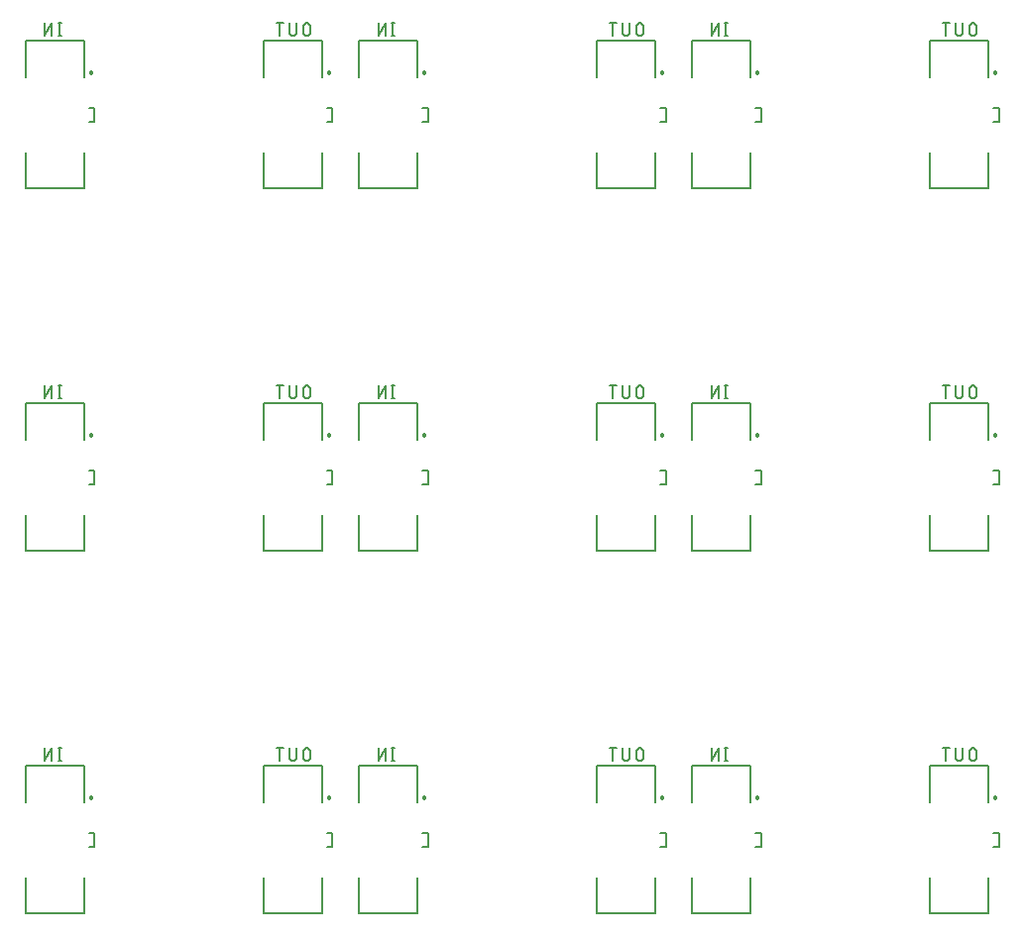
<source format=gbo>
G04 EAGLE Gerber RS-274X export*
G75*
%MOMM*%
%FSLAX34Y34*%
%LPD*%
%INSilkscreen Bottom*%
%IPPOS*%
%AMOC8*
5,1,8,0,0,1.08239X$1,22.5*%
G01*
%ADD10C,0.203200*%


D10*
X42249Y199009D02*
X42249Y188341D01*
X43434Y188341D02*
X41063Y188341D01*
X41063Y199009D02*
X43434Y199009D01*
X35687Y199009D02*
X35687Y188341D01*
X29760Y188341D02*
X35687Y199009D01*
X29760Y199009D02*
X29760Y188341D01*
X256159Y191304D02*
X256159Y196046D01*
X256157Y196153D01*
X256151Y196260D01*
X256142Y196366D01*
X256128Y196472D01*
X256111Y196578D01*
X256090Y196683D01*
X256065Y196787D01*
X256036Y196890D01*
X256004Y196992D01*
X255968Y197093D01*
X255928Y197192D01*
X255885Y197290D01*
X255838Y197386D01*
X255788Y197481D01*
X255735Y197574D01*
X255678Y197664D01*
X255618Y197753D01*
X255555Y197839D01*
X255489Y197923D01*
X255419Y198005D01*
X255347Y198084D01*
X255272Y198160D01*
X255194Y198234D01*
X255114Y198304D01*
X255031Y198372D01*
X254946Y198437D01*
X254859Y198498D01*
X254769Y198557D01*
X254678Y198612D01*
X254584Y198664D01*
X254488Y198712D01*
X254391Y198757D01*
X254293Y198799D01*
X254193Y198836D01*
X254091Y198871D01*
X253989Y198901D01*
X253885Y198928D01*
X253781Y198951D01*
X253675Y198970D01*
X253569Y198985D01*
X253463Y198997D01*
X253356Y199005D01*
X253249Y199009D01*
X253143Y199009D01*
X253036Y199005D01*
X252929Y198997D01*
X252823Y198985D01*
X252717Y198970D01*
X252611Y198951D01*
X252507Y198928D01*
X252403Y198901D01*
X252301Y198871D01*
X252199Y198836D01*
X252099Y198799D01*
X252001Y198757D01*
X251904Y198712D01*
X251808Y198664D01*
X251715Y198612D01*
X251623Y198557D01*
X251533Y198498D01*
X251446Y198437D01*
X251361Y198372D01*
X251278Y198304D01*
X251198Y198234D01*
X251120Y198160D01*
X251045Y198084D01*
X250973Y198005D01*
X250903Y197923D01*
X250837Y197839D01*
X250774Y197753D01*
X250714Y197664D01*
X250657Y197574D01*
X250604Y197481D01*
X250554Y197386D01*
X250507Y197290D01*
X250464Y197192D01*
X250424Y197093D01*
X250388Y196992D01*
X250356Y196890D01*
X250327Y196787D01*
X250302Y196683D01*
X250281Y196578D01*
X250264Y196472D01*
X250250Y196366D01*
X250241Y196260D01*
X250235Y196153D01*
X250233Y196046D01*
X250232Y196046D02*
X250232Y191304D01*
X250233Y191304D02*
X250235Y191197D01*
X250241Y191090D01*
X250250Y190984D01*
X250264Y190878D01*
X250281Y190772D01*
X250302Y190667D01*
X250327Y190563D01*
X250356Y190460D01*
X250388Y190358D01*
X250424Y190257D01*
X250464Y190158D01*
X250507Y190060D01*
X250554Y189964D01*
X250604Y189869D01*
X250657Y189776D01*
X250714Y189686D01*
X250774Y189597D01*
X250837Y189511D01*
X250903Y189427D01*
X250973Y189345D01*
X251045Y189266D01*
X251120Y189190D01*
X251198Y189116D01*
X251278Y189046D01*
X251361Y188978D01*
X251446Y188913D01*
X251533Y188852D01*
X251623Y188793D01*
X251715Y188738D01*
X251808Y188686D01*
X251904Y188638D01*
X252001Y188593D01*
X252099Y188551D01*
X252199Y188514D01*
X252301Y188479D01*
X252403Y188449D01*
X252507Y188422D01*
X252611Y188399D01*
X252717Y188380D01*
X252823Y188365D01*
X252929Y188353D01*
X253036Y188345D01*
X253143Y188341D01*
X253249Y188341D01*
X253356Y188345D01*
X253463Y188353D01*
X253569Y188365D01*
X253675Y188380D01*
X253781Y188399D01*
X253885Y188422D01*
X253989Y188449D01*
X254091Y188479D01*
X254193Y188514D01*
X254293Y188551D01*
X254391Y188593D01*
X254488Y188638D01*
X254584Y188686D01*
X254677Y188738D01*
X254769Y188793D01*
X254859Y188852D01*
X254946Y188913D01*
X255031Y188978D01*
X255114Y189046D01*
X255194Y189116D01*
X255272Y189190D01*
X255347Y189266D01*
X255419Y189345D01*
X255489Y189427D01*
X255555Y189511D01*
X255618Y189597D01*
X255678Y189686D01*
X255735Y189776D01*
X255788Y189869D01*
X255838Y189964D01*
X255885Y190060D01*
X255928Y190158D01*
X255968Y190257D01*
X256004Y190358D01*
X256036Y190460D01*
X256065Y190563D01*
X256090Y190667D01*
X256111Y190772D01*
X256128Y190878D01*
X256142Y190984D01*
X256151Y191090D01*
X256157Y191197D01*
X256159Y191304D01*
X244348Y191304D02*
X244348Y199009D01*
X244348Y191304D02*
X244346Y191197D01*
X244340Y191090D01*
X244331Y190984D01*
X244317Y190878D01*
X244300Y190772D01*
X244279Y190667D01*
X244254Y190563D01*
X244225Y190460D01*
X244193Y190358D01*
X244157Y190257D01*
X244117Y190158D01*
X244074Y190060D01*
X244027Y189964D01*
X243977Y189869D01*
X243924Y189776D01*
X243867Y189686D01*
X243807Y189597D01*
X243744Y189511D01*
X243678Y189427D01*
X243608Y189345D01*
X243536Y189266D01*
X243461Y189190D01*
X243383Y189116D01*
X243303Y189046D01*
X243220Y188978D01*
X243135Y188913D01*
X243048Y188852D01*
X242958Y188793D01*
X242866Y188738D01*
X242773Y188686D01*
X242677Y188638D01*
X242580Y188593D01*
X242482Y188551D01*
X242382Y188514D01*
X242280Y188479D01*
X242178Y188449D01*
X242074Y188422D01*
X241970Y188399D01*
X241864Y188380D01*
X241758Y188365D01*
X241652Y188353D01*
X241545Y188345D01*
X241438Y188341D01*
X241332Y188341D01*
X241225Y188345D01*
X241118Y188353D01*
X241012Y188365D01*
X240906Y188380D01*
X240800Y188399D01*
X240696Y188422D01*
X240592Y188449D01*
X240490Y188479D01*
X240388Y188514D01*
X240288Y188551D01*
X240190Y188593D01*
X240093Y188638D01*
X239997Y188686D01*
X239904Y188738D01*
X239812Y188793D01*
X239722Y188852D01*
X239635Y188913D01*
X239550Y188978D01*
X239467Y189046D01*
X239387Y189116D01*
X239309Y189190D01*
X239234Y189266D01*
X239162Y189345D01*
X239092Y189427D01*
X239026Y189511D01*
X238963Y189597D01*
X238903Y189686D01*
X238846Y189776D01*
X238793Y189869D01*
X238743Y189964D01*
X238696Y190060D01*
X238653Y190158D01*
X238613Y190257D01*
X238577Y190358D01*
X238545Y190460D01*
X238516Y190563D01*
X238491Y190667D01*
X238470Y190772D01*
X238453Y190878D01*
X238439Y190984D01*
X238430Y191090D01*
X238424Y191197D01*
X238422Y191304D01*
X238421Y191304D02*
X238421Y199009D01*
X230336Y199009D02*
X230336Y188341D01*
X233299Y199009D02*
X227372Y199009D01*
X326754Y199009D02*
X326754Y188341D01*
X327939Y188341D02*
X325569Y188341D01*
X325569Y199009D02*
X327939Y199009D01*
X320192Y199009D02*
X320192Y188341D01*
X314266Y188341D02*
X320192Y199009D01*
X314266Y199009D02*
X314266Y188341D01*
X540664Y191304D02*
X540664Y196046D01*
X540662Y196153D01*
X540656Y196260D01*
X540647Y196366D01*
X540633Y196472D01*
X540616Y196578D01*
X540595Y196683D01*
X540570Y196787D01*
X540541Y196890D01*
X540509Y196992D01*
X540473Y197093D01*
X540433Y197192D01*
X540390Y197290D01*
X540343Y197386D01*
X540293Y197481D01*
X540240Y197574D01*
X540183Y197664D01*
X540123Y197753D01*
X540060Y197839D01*
X539994Y197923D01*
X539924Y198005D01*
X539852Y198084D01*
X539777Y198160D01*
X539699Y198234D01*
X539619Y198304D01*
X539536Y198372D01*
X539451Y198437D01*
X539364Y198498D01*
X539274Y198557D01*
X539183Y198612D01*
X539089Y198664D01*
X538993Y198712D01*
X538896Y198757D01*
X538798Y198799D01*
X538698Y198836D01*
X538596Y198871D01*
X538494Y198901D01*
X538390Y198928D01*
X538286Y198951D01*
X538180Y198970D01*
X538074Y198985D01*
X537968Y198997D01*
X537861Y199005D01*
X537754Y199009D01*
X537648Y199009D01*
X537541Y199005D01*
X537434Y198997D01*
X537328Y198985D01*
X537222Y198970D01*
X537116Y198951D01*
X537012Y198928D01*
X536908Y198901D01*
X536806Y198871D01*
X536704Y198836D01*
X536604Y198799D01*
X536506Y198757D01*
X536409Y198712D01*
X536313Y198664D01*
X536220Y198612D01*
X536128Y198557D01*
X536038Y198498D01*
X535951Y198437D01*
X535866Y198372D01*
X535783Y198304D01*
X535703Y198234D01*
X535625Y198160D01*
X535550Y198084D01*
X535478Y198005D01*
X535408Y197923D01*
X535342Y197839D01*
X535279Y197753D01*
X535219Y197664D01*
X535162Y197574D01*
X535109Y197481D01*
X535059Y197386D01*
X535012Y197290D01*
X534969Y197192D01*
X534929Y197093D01*
X534893Y196992D01*
X534861Y196890D01*
X534832Y196787D01*
X534807Y196683D01*
X534786Y196578D01*
X534769Y196472D01*
X534755Y196366D01*
X534746Y196260D01*
X534740Y196153D01*
X534738Y196046D01*
X534738Y191304D01*
X534740Y191197D01*
X534746Y191090D01*
X534755Y190984D01*
X534769Y190878D01*
X534786Y190772D01*
X534807Y190667D01*
X534832Y190563D01*
X534861Y190460D01*
X534893Y190358D01*
X534929Y190257D01*
X534969Y190158D01*
X535012Y190060D01*
X535059Y189964D01*
X535109Y189869D01*
X535162Y189776D01*
X535219Y189686D01*
X535279Y189597D01*
X535342Y189511D01*
X535408Y189427D01*
X535478Y189345D01*
X535550Y189266D01*
X535625Y189190D01*
X535703Y189116D01*
X535783Y189046D01*
X535866Y188978D01*
X535951Y188913D01*
X536038Y188852D01*
X536128Y188793D01*
X536220Y188738D01*
X536313Y188686D01*
X536409Y188638D01*
X536506Y188593D01*
X536604Y188551D01*
X536704Y188514D01*
X536806Y188479D01*
X536908Y188449D01*
X537012Y188422D01*
X537116Y188399D01*
X537222Y188380D01*
X537328Y188365D01*
X537434Y188353D01*
X537541Y188345D01*
X537648Y188341D01*
X537754Y188341D01*
X537861Y188345D01*
X537968Y188353D01*
X538074Y188365D01*
X538180Y188380D01*
X538286Y188399D01*
X538390Y188422D01*
X538494Y188449D01*
X538596Y188479D01*
X538698Y188514D01*
X538798Y188551D01*
X538896Y188593D01*
X538993Y188638D01*
X539089Y188686D01*
X539183Y188738D01*
X539274Y188793D01*
X539364Y188852D01*
X539451Y188913D01*
X539536Y188978D01*
X539619Y189046D01*
X539699Y189116D01*
X539777Y189190D01*
X539852Y189266D01*
X539924Y189345D01*
X539994Y189427D01*
X540060Y189511D01*
X540123Y189597D01*
X540183Y189686D01*
X540240Y189776D01*
X540293Y189869D01*
X540343Y189964D01*
X540390Y190060D01*
X540433Y190158D01*
X540473Y190257D01*
X540509Y190358D01*
X540541Y190460D01*
X540570Y190563D01*
X540595Y190667D01*
X540616Y190772D01*
X540633Y190878D01*
X540647Y190984D01*
X540656Y191090D01*
X540662Y191197D01*
X540664Y191304D01*
X528853Y191304D02*
X528853Y199009D01*
X528853Y191304D02*
X528851Y191197D01*
X528845Y191090D01*
X528836Y190984D01*
X528822Y190878D01*
X528805Y190772D01*
X528784Y190667D01*
X528759Y190563D01*
X528730Y190460D01*
X528698Y190358D01*
X528662Y190257D01*
X528622Y190158D01*
X528579Y190060D01*
X528532Y189964D01*
X528482Y189869D01*
X528429Y189776D01*
X528372Y189686D01*
X528312Y189597D01*
X528249Y189511D01*
X528183Y189427D01*
X528113Y189345D01*
X528041Y189266D01*
X527966Y189190D01*
X527888Y189116D01*
X527808Y189046D01*
X527725Y188978D01*
X527640Y188913D01*
X527553Y188852D01*
X527463Y188793D01*
X527372Y188738D01*
X527278Y188686D01*
X527182Y188638D01*
X527085Y188593D01*
X526987Y188551D01*
X526887Y188514D01*
X526785Y188479D01*
X526683Y188449D01*
X526579Y188422D01*
X526475Y188399D01*
X526369Y188380D01*
X526263Y188365D01*
X526157Y188353D01*
X526050Y188345D01*
X525943Y188341D01*
X525837Y188341D01*
X525730Y188345D01*
X525623Y188353D01*
X525517Y188365D01*
X525411Y188380D01*
X525305Y188399D01*
X525201Y188422D01*
X525097Y188449D01*
X524995Y188479D01*
X524893Y188514D01*
X524793Y188551D01*
X524695Y188593D01*
X524598Y188638D01*
X524502Y188686D01*
X524409Y188738D01*
X524317Y188793D01*
X524227Y188852D01*
X524140Y188913D01*
X524055Y188978D01*
X523972Y189046D01*
X523892Y189116D01*
X523814Y189190D01*
X523739Y189266D01*
X523667Y189345D01*
X523597Y189427D01*
X523531Y189511D01*
X523468Y189597D01*
X523408Y189686D01*
X523351Y189776D01*
X523298Y189869D01*
X523248Y189964D01*
X523201Y190060D01*
X523158Y190158D01*
X523118Y190257D01*
X523082Y190358D01*
X523050Y190460D01*
X523021Y190563D01*
X522996Y190667D01*
X522975Y190772D01*
X522958Y190878D01*
X522944Y190984D01*
X522935Y191090D01*
X522929Y191197D01*
X522927Y191304D01*
X522927Y199009D01*
X514841Y199009D02*
X514841Y188341D01*
X517804Y199009D02*
X511878Y199009D01*
X611260Y199009D02*
X611260Y188341D01*
X612445Y188341D02*
X610074Y188341D01*
X610074Y199009D02*
X612445Y199009D01*
X604698Y199009D02*
X604698Y188341D01*
X598771Y188341D02*
X604698Y199009D01*
X598771Y199009D02*
X598771Y188341D01*
X825170Y191304D02*
X825170Y196046D01*
X825169Y196046D02*
X825167Y196153D01*
X825161Y196260D01*
X825152Y196366D01*
X825138Y196472D01*
X825121Y196578D01*
X825100Y196683D01*
X825075Y196787D01*
X825046Y196890D01*
X825014Y196992D01*
X824978Y197093D01*
X824938Y197192D01*
X824895Y197290D01*
X824848Y197386D01*
X824798Y197481D01*
X824745Y197574D01*
X824688Y197664D01*
X824628Y197753D01*
X824565Y197839D01*
X824499Y197923D01*
X824429Y198005D01*
X824357Y198084D01*
X824282Y198160D01*
X824204Y198234D01*
X824124Y198304D01*
X824041Y198372D01*
X823956Y198437D01*
X823869Y198498D01*
X823779Y198557D01*
X823688Y198612D01*
X823594Y198664D01*
X823498Y198712D01*
X823401Y198757D01*
X823303Y198799D01*
X823203Y198836D01*
X823101Y198871D01*
X822999Y198901D01*
X822895Y198928D01*
X822791Y198951D01*
X822685Y198970D01*
X822579Y198985D01*
X822473Y198997D01*
X822366Y199005D01*
X822259Y199009D01*
X822153Y199009D01*
X822046Y199005D01*
X821939Y198997D01*
X821833Y198985D01*
X821727Y198970D01*
X821621Y198951D01*
X821517Y198928D01*
X821413Y198901D01*
X821311Y198871D01*
X821209Y198836D01*
X821109Y198799D01*
X821011Y198757D01*
X820914Y198712D01*
X820818Y198664D01*
X820725Y198612D01*
X820633Y198557D01*
X820543Y198498D01*
X820456Y198437D01*
X820371Y198372D01*
X820288Y198304D01*
X820208Y198234D01*
X820130Y198160D01*
X820055Y198084D01*
X819983Y198005D01*
X819913Y197923D01*
X819847Y197839D01*
X819784Y197753D01*
X819724Y197664D01*
X819667Y197574D01*
X819614Y197481D01*
X819564Y197386D01*
X819517Y197290D01*
X819474Y197192D01*
X819434Y197093D01*
X819398Y196992D01*
X819366Y196890D01*
X819337Y196787D01*
X819312Y196683D01*
X819291Y196578D01*
X819274Y196472D01*
X819260Y196366D01*
X819251Y196260D01*
X819245Y196153D01*
X819243Y196046D01*
X819243Y191304D01*
X819245Y191197D01*
X819251Y191090D01*
X819260Y190984D01*
X819274Y190878D01*
X819291Y190772D01*
X819312Y190667D01*
X819337Y190563D01*
X819366Y190460D01*
X819398Y190358D01*
X819434Y190257D01*
X819474Y190158D01*
X819517Y190060D01*
X819564Y189964D01*
X819614Y189869D01*
X819667Y189776D01*
X819724Y189686D01*
X819784Y189597D01*
X819847Y189511D01*
X819913Y189427D01*
X819983Y189345D01*
X820055Y189266D01*
X820130Y189190D01*
X820208Y189116D01*
X820288Y189046D01*
X820371Y188978D01*
X820456Y188913D01*
X820543Y188852D01*
X820633Y188793D01*
X820725Y188738D01*
X820818Y188686D01*
X820914Y188638D01*
X821011Y188593D01*
X821109Y188551D01*
X821209Y188514D01*
X821311Y188479D01*
X821413Y188449D01*
X821517Y188422D01*
X821621Y188399D01*
X821727Y188380D01*
X821833Y188365D01*
X821939Y188353D01*
X822046Y188345D01*
X822153Y188341D01*
X822259Y188341D01*
X822366Y188345D01*
X822473Y188353D01*
X822579Y188365D01*
X822685Y188380D01*
X822791Y188399D01*
X822895Y188422D01*
X822999Y188449D01*
X823101Y188479D01*
X823203Y188514D01*
X823303Y188551D01*
X823401Y188593D01*
X823498Y188638D01*
X823594Y188686D01*
X823688Y188738D01*
X823779Y188793D01*
X823869Y188852D01*
X823956Y188913D01*
X824041Y188978D01*
X824124Y189046D01*
X824204Y189116D01*
X824282Y189190D01*
X824357Y189266D01*
X824429Y189345D01*
X824499Y189427D01*
X824565Y189511D01*
X824628Y189597D01*
X824688Y189686D01*
X824745Y189776D01*
X824798Y189869D01*
X824848Y189964D01*
X824895Y190060D01*
X824938Y190158D01*
X824978Y190257D01*
X825014Y190358D01*
X825046Y190460D01*
X825075Y190563D01*
X825100Y190667D01*
X825121Y190772D01*
X825138Y190878D01*
X825152Y190984D01*
X825161Y191090D01*
X825167Y191197D01*
X825169Y191304D01*
X813359Y191304D02*
X813359Y199009D01*
X813359Y191304D02*
X813357Y191197D01*
X813351Y191090D01*
X813342Y190984D01*
X813328Y190878D01*
X813311Y190772D01*
X813290Y190667D01*
X813265Y190563D01*
X813236Y190460D01*
X813204Y190358D01*
X813168Y190257D01*
X813128Y190158D01*
X813085Y190060D01*
X813038Y189964D01*
X812988Y189869D01*
X812935Y189776D01*
X812878Y189686D01*
X812818Y189597D01*
X812755Y189511D01*
X812689Y189427D01*
X812619Y189345D01*
X812547Y189266D01*
X812472Y189190D01*
X812394Y189116D01*
X812314Y189046D01*
X812231Y188978D01*
X812146Y188913D01*
X812059Y188852D01*
X811969Y188793D01*
X811878Y188738D01*
X811784Y188686D01*
X811688Y188638D01*
X811591Y188593D01*
X811493Y188551D01*
X811393Y188514D01*
X811291Y188479D01*
X811189Y188449D01*
X811085Y188422D01*
X810981Y188399D01*
X810875Y188380D01*
X810769Y188365D01*
X810663Y188353D01*
X810556Y188345D01*
X810449Y188341D01*
X810343Y188341D01*
X810236Y188345D01*
X810129Y188353D01*
X810023Y188365D01*
X809917Y188380D01*
X809811Y188399D01*
X809707Y188422D01*
X809603Y188449D01*
X809501Y188479D01*
X809399Y188514D01*
X809299Y188551D01*
X809201Y188593D01*
X809104Y188638D01*
X809008Y188686D01*
X808915Y188738D01*
X808823Y188793D01*
X808733Y188852D01*
X808646Y188913D01*
X808561Y188978D01*
X808478Y189046D01*
X808398Y189116D01*
X808320Y189190D01*
X808245Y189266D01*
X808173Y189345D01*
X808103Y189427D01*
X808037Y189511D01*
X807974Y189597D01*
X807914Y189686D01*
X807857Y189776D01*
X807804Y189869D01*
X807754Y189964D01*
X807707Y190060D01*
X807664Y190158D01*
X807624Y190257D01*
X807588Y190358D01*
X807556Y190460D01*
X807527Y190563D01*
X807502Y190667D01*
X807481Y190772D01*
X807464Y190878D01*
X807450Y190984D01*
X807441Y191090D01*
X807435Y191197D01*
X807433Y191304D01*
X807432Y191304D02*
X807432Y199009D01*
X799347Y199009D02*
X799347Y188341D01*
X802310Y199009D02*
X796383Y199009D01*
X42249Y498221D02*
X42249Y508889D01*
X43434Y498221D02*
X41063Y498221D01*
X41063Y508889D02*
X43434Y508889D01*
X35687Y508889D02*
X35687Y498221D01*
X29760Y498221D02*
X35687Y508889D01*
X29760Y508889D02*
X29760Y498221D01*
X256159Y501184D02*
X256159Y505926D01*
X256157Y506033D01*
X256151Y506140D01*
X256142Y506246D01*
X256128Y506352D01*
X256111Y506458D01*
X256090Y506563D01*
X256065Y506667D01*
X256036Y506770D01*
X256004Y506872D01*
X255968Y506973D01*
X255928Y507072D01*
X255885Y507170D01*
X255838Y507266D01*
X255788Y507361D01*
X255735Y507454D01*
X255678Y507544D01*
X255618Y507633D01*
X255555Y507719D01*
X255489Y507803D01*
X255419Y507885D01*
X255347Y507964D01*
X255272Y508040D01*
X255194Y508114D01*
X255114Y508184D01*
X255031Y508252D01*
X254946Y508317D01*
X254859Y508378D01*
X254769Y508437D01*
X254678Y508492D01*
X254584Y508544D01*
X254488Y508592D01*
X254391Y508637D01*
X254293Y508679D01*
X254193Y508716D01*
X254091Y508751D01*
X253989Y508781D01*
X253885Y508808D01*
X253781Y508831D01*
X253675Y508850D01*
X253569Y508865D01*
X253463Y508877D01*
X253356Y508885D01*
X253249Y508889D01*
X253143Y508889D01*
X253036Y508885D01*
X252929Y508877D01*
X252823Y508865D01*
X252717Y508850D01*
X252611Y508831D01*
X252507Y508808D01*
X252403Y508781D01*
X252301Y508751D01*
X252199Y508716D01*
X252099Y508679D01*
X252001Y508637D01*
X251904Y508592D01*
X251808Y508544D01*
X251715Y508492D01*
X251623Y508437D01*
X251533Y508378D01*
X251446Y508317D01*
X251361Y508252D01*
X251278Y508184D01*
X251198Y508114D01*
X251120Y508040D01*
X251045Y507964D01*
X250973Y507885D01*
X250903Y507803D01*
X250837Y507719D01*
X250774Y507633D01*
X250714Y507544D01*
X250657Y507454D01*
X250604Y507361D01*
X250554Y507266D01*
X250507Y507170D01*
X250464Y507072D01*
X250424Y506973D01*
X250388Y506872D01*
X250356Y506770D01*
X250327Y506667D01*
X250302Y506563D01*
X250281Y506458D01*
X250264Y506352D01*
X250250Y506246D01*
X250241Y506140D01*
X250235Y506033D01*
X250233Y505926D01*
X250232Y505926D02*
X250232Y501184D01*
X250233Y501184D02*
X250235Y501077D01*
X250241Y500970D01*
X250250Y500864D01*
X250264Y500758D01*
X250281Y500652D01*
X250302Y500547D01*
X250327Y500443D01*
X250356Y500340D01*
X250388Y500238D01*
X250424Y500137D01*
X250464Y500038D01*
X250507Y499940D01*
X250554Y499844D01*
X250604Y499749D01*
X250657Y499656D01*
X250714Y499566D01*
X250774Y499477D01*
X250837Y499391D01*
X250903Y499307D01*
X250973Y499225D01*
X251045Y499146D01*
X251120Y499070D01*
X251198Y498996D01*
X251278Y498926D01*
X251361Y498858D01*
X251446Y498793D01*
X251533Y498732D01*
X251623Y498673D01*
X251715Y498618D01*
X251808Y498566D01*
X251904Y498518D01*
X252001Y498473D01*
X252099Y498431D01*
X252199Y498394D01*
X252301Y498359D01*
X252403Y498329D01*
X252507Y498302D01*
X252611Y498279D01*
X252717Y498260D01*
X252823Y498245D01*
X252929Y498233D01*
X253036Y498225D01*
X253143Y498221D01*
X253249Y498221D01*
X253356Y498225D01*
X253463Y498233D01*
X253569Y498245D01*
X253675Y498260D01*
X253781Y498279D01*
X253885Y498302D01*
X253989Y498329D01*
X254091Y498359D01*
X254193Y498394D01*
X254293Y498431D01*
X254391Y498473D01*
X254488Y498518D01*
X254584Y498566D01*
X254677Y498618D01*
X254769Y498673D01*
X254859Y498732D01*
X254946Y498793D01*
X255031Y498858D01*
X255114Y498926D01*
X255194Y498996D01*
X255272Y499070D01*
X255347Y499146D01*
X255419Y499225D01*
X255489Y499307D01*
X255555Y499391D01*
X255618Y499477D01*
X255678Y499566D01*
X255735Y499656D01*
X255788Y499749D01*
X255838Y499844D01*
X255885Y499940D01*
X255928Y500038D01*
X255968Y500137D01*
X256004Y500238D01*
X256036Y500340D01*
X256065Y500443D01*
X256090Y500547D01*
X256111Y500652D01*
X256128Y500758D01*
X256142Y500864D01*
X256151Y500970D01*
X256157Y501077D01*
X256159Y501184D01*
X244348Y501184D02*
X244348Y508889D01*
X244348Y501184D02*
X244346Y501077D01*
X244340Y500970D01*
X244331Y500864D01*
X244317Y500758D01*
X244300Y500652D01*
X244279Y500547D01*
X244254Y500443D01*
X244225Y500340D01*
X244193Y500238D01*
X244157Y500137D01*
X244117Y500038D01*
X244074Y499940D01*
X244027Y499844D01*
X243977Y499749D01*
X243924Y499656D01*
X243867Y499566D01*
X243807Y499477D01*
X243744Y499391D01*
X243678Y499307D01*
X243608Y499225D01*
X243536Y499146D01*
X243461Y499070D01*
X243383Y498996D01*
X243303Y498926D01*
X243220Y498858D01*
X243135Y498793D01*
X243048Y498732D01*
X242958Y498673D01*
X242866Y498618D01*
X242773Y498566D01*
X242677Y498518D01*
X242580Y498473D01*
X242482Y498431D01*
X242382Y498394D01*
X242280Y498359D01*
X242178Y498329D01*
X242074Y498302D01*
X241970Y498279D01*
X241864Y498260D01*
X241758Y498245D01*
X241652Y498233D01*
X241545Y498225D01*
X241438Y498221D01*
X241332Y498221D01*
X241225Y498225D01*
X241118Y498233D01*
X241012Y498245D01*
X240906Y498260D01*
X240800Y498279D01*
X240696Y498302D01*
X240592Y498329D01*
X240490Y498359D01*
X240388Y498394D01*
X240288Y498431D01*
X240190Y498473D01*
X240093Y498518D01*
X239997Y498566D01*
X239904Y498618D01*
X239812Y498673D01*
X239722Y498732D01*
X239635Y498793D01*
X239550Y498858D01*
X239467Y498926D01*
X239387Y498996D01*
X239309Y499070D01*
X239234Y499146D01*
X239162Y499225D01*
X239092Y499307D01*
X239026Y499391D01*
X238963Y499477D01*
X238903Y499566D01*
X238846Y499656D01*
X238793Y499749D01*
X238743Y499844D01*
X238696Y499940D01*
X238653Y500038D01*
X238613Y500137D01*
X238577Y500238D01*
X238545Y500340D01*
X238516Y500443D01*
X238491Y500547D01*
X238470Y500652D01*
X238453Y500758D01*
X238439Y500864D01*
X238430Y500970D01*
X238424Y501077D01*
X238422Y501184D01*
X238421Y501184D02*
X238421Y508889D01*
X230336Y508889D02*
X230336Y498221D01*
X233299Y508889D02*
X227372Y508889D01*
X326754Y508889D02*
X326754Y498221D01*
X327939Y498221D02*
X325569Y498221D01*
X325569Y508889D02*
X327939Y508889D01*
X320192Y508889D02*
X320192Y498221D01*
X314266Y498221D02*
X320192Y508889D01*
X314266Y508889D02*
X314266Y498221D01*
X540664Y501184D02*
X540664Y505926D01*
X540662Y506033D01*
X540656Y506140D01*
X540647Y506246D01*
X540633Y506352D01*
X540616Y506458D01*
X540595Y506563D01*
X540570Y506667D01*
X540541Y506770D01*
X540509Y506872D01*
X540473Y506973D01*
X540433Y507072D01*
X540390Y507170D01*
X540343Y507266D01*
X540293Y507361D01*
X540240Y507454D01*
X540183Y507544D01*
X540123Y507633D01*
X540060Y507719D01*
X539994Y507803D01*
X539924Y507885D01*
X539852Y507964D01*
X539777Y508040D01*
X539699Y508114D01*
X539619Y508184D01*
X539536Y508252D01*
X539451Y508317D01*
X539364Y508378D01*
X539274Y508437D01*
X539183Y508492D01*
X539089Y508544D01*
X538993Y508592D01*
X538896Y508637D01*
X538798Y508679D01*
X538698Y508716D01*
X538596Y508751D01*
X538494Y508781D01*
X538390Y508808D01*
X538286Y508831D01*
X538180Y508850D01*
X538074Y508865D01*
X537968Y508877D01*
X537861Y508885D01*
X537754Y508889D01*
X537648Y508889D01*
X537541Y508885D01*
X537434Y508877D01*
X537328Y508865D01*
X537222Y508850D01*
X537116Y508831D01*
X537012Y508808D01*
X536908Y508781D01*
X536806Y508751D01*
X536704Y508716D01*
X536604Y508679D01*
X536506Y508637D01*
X536409Y508592D01*
X536313Y508544D01*
X536220Y508492D01*
X536128Y508437D01*
X536038Y508378D01*
X535951Y508317D01*
X535866Y508252D01*
X535783Y508184D01*
X535703Y508114D01*
X535625Y508040D01*
X535550Y507964D01*
X535478Y507885D01*
X535408Y507803D01*
X535342Y507719D01*
X535279Y507633D01*
X535219Y507544D01*
X535162Y507454D01*
X535109Y507361D01*
X535059Y507266D01*
X535012Y507170D01*
X534969Y507072D01*
X534929Y506973D01*
X534893Y506872D01*
X534861Y506770D01*
X534832Y506667D01*
X534807Y506563D01*
X534786Y506458D01*
X534769Y506352D01*
X534755Y506246D01*
X534746Y506140D01*
X534740Y506033D01*
X534738Y505926D01*
X534738Y501184D01*
X534740Y501077D01*
X534746Y500970D01*
X534755Y500864D01*
X534769Y500758D01*
X534786Y500652D01*
X534807Y500547D01*
X534832Y500443D01*
X534861Y500340D01*
X534893Y500238D01*
X534929Y500137D01*
X534969Y500038D01*
X535012Y499940D01*
X535059Y499844D01*
X535109Y499749D01*
X535162Y499656D01*
X535219Y499566D01*
X535279Y499477D01*
X535342Y499391D01*
X535408Y499307D01*
X535478Y499225D01*
X535550Y499146D01*
X535625Y499070D01*
X535703Y498996D01*
X535783Y498926D01*
X535866Y498858D01*
X535951Y498793D01*
X536038Y498732D01*
X536128Y498673D01*
X536220Y498618D01*
X536313Y498566D01*
X536409Y498518D01*
X536506Y498473D01*
X536604Y498431D01*
X536704Y498394D01*
X536806Y498359D01*
X536908Y498329D01*
X537012Y498302D01*
X537116Y498279D01*
X537222Y498260D01*
X537328Y498245D01*
X537434Y498233D01*
X537541Y498225D01*
X537648Y498221D01*
X537754Y498221D01*
X537861Y498225D01*
X537968Y498233D01*
X538074Y498245D01*
X538180Y498260D01*
X538286Y498279D01*
X538390Y498302D01*
X538494Y498329D01*
X538596Y498359D01*
X538698Y498394D01*
X538798Y498431D01*
X538896Y498473D01*
X538993Y498518D01*
X539089Y498566D01*
X539183Y498618D01*
X539274Y498673D01*
X539364Y498732D01*
X539451Y498793D01*
X539536Y498858D01*
X539619Y498926D01*
X539699Y498996D01*
X539777Y499070D01*
X539852Y499146D01*
X539924Y499225D01*
X539994Y499307D01*
X540060Y499391D01*
X540123Y499477D01*
X540183Y499566D01*
X540240Y499656D01*
X540293Y499749D01*
X540343Y499844D01*
X540390Y499940D01*
X540433Y500038D01*
X540473Y500137D01*
X540509Y500238D01*
X540541Y500340D01*
X540570Y500443D01*
X540595Y500547D01*
X540616Y500652D01*
X540633Y500758D01*
X540647Y500864D01*
X540656Y500970D01*
X540662Y501077D01*
X540664Y501184D01*
X528853Y501184D02*
X528853Y508889D01*
X528853Y501184D02*
X528851Y501077D01*
X528845Y500970D01*
X528836Y500864D01*
X528822Y500758D01*
X528805Y500652D01*
X528784Y500547D01*
X528759Y500443D01*
X528730Y500340D01*
X528698Y500238D01*
X528662Y500137D01*
X528622Y500038D01*
X528579Y499940D01*
X528532Y499844D01*
X528482Y499749D01*
X528429Y499656D01*
X528372Y499566D01*
X528312Y499477D01*
X528249Y499391D01*
X528183Y499307D01*
X528113Y499225D01*
X528041Y499146D01*
X527966Y499070D01*
X527888Y498996D01*
X527808Y498926D01*
X527725Y498858D01*
X527640Y498793D01*
X527553Y498732D01*
X527463Y498673D01*
X527372Y498618D01*
X527278Y498566D01*
X527182Y498518D01*
X527085Y498473D01*
X526987Y498431D01*
X526887Y498394D01*
X526785Y498359D01*
X526683Y498329D01*
X526579Y498302D01*
X526475Y498279D01*
X526369Y498260D01*
X526263Y498245D01*
X526157Y498233D01*
X526050Y498225D01*
X525943Y498221D01*
X525837Y498221D01*
X525730Y498225D01*
X525623Y498233D01*
X525517Y498245D01*
X525411Y498260D01*
X525305Y498279D01*
X525201Y498302D01*
X525097Y498329D01*
X524995Y498359D01*
X524893Y498394D01*
X524793Y498431D01*
X524695Y498473D01*
X524598Y498518D01*
X524502Y498566D01*
X524409Y498618D01*
X524317Y498673D01*
X524227Y498732D01*
X524140Y498793D01*
X524055Y498858D01*
X523972Y498926D01*
X523892Y498996D01*
X523814Y499070D01*
X523739Y499146D01*
X523667Y499225D01*
X523597Y499307D01*
X523531Y499391D01*
X523468Y499477D01*
X523408Y499566D01*
X523351Y499656D01*
X523298Y499749D01*
X523248Y499844D01*
X523201Y499940D01*
X523158Y500038D01*
X523118Y500137D01*
X523082Y500238D01*
X523050Y500340D01*
X523021Y500443D01*
X522996Y500547D01*
X522975Y500652D01*
X522958Y500758D01*
X522944Y500864D01*
X522935Y500970D01*
X522929Y501077D01*
X522927Y501184D01*
X522927Y508889D01*
X514841Y508889D02*
X514841Y498221D01*
X517804Y508889D02*
X511878Y508889D01*
X611260Y508889D02*
X611260Y498221D01*
X612445Y498221D02*
X610074Y498221D01*
X610074Y508889D02*
X612445Y508889D01*
X604698Y508889D02*
X604698Y498221D01*
X598771Y498221D02*
X604698Y508889D01*
X598771Y508889D02*
X598771Y498221D01*
X825170Y501184D02*
X825170Y505926D01*
X825169Y505926D02*
X825167Y506033D01*
X825161Y506140D01*
X825152Y506246D01*
X825138Y506352D01*
X825121Y506458D01*
X825100Y506563D01*
X825075Y506667D01*
X825046Y506770D01*
X825014Y506872D01*
X824978Y506973D01*
X824938Y507072D01*
X824895Y507170D01*
X824848Y507266D01*
X824798Y507361D01*
X824745Y507454D01*
X824688Y507544D01*
X824628Y507633D01*
X824565Y507719D01*
X824499Y507803D01*
X824429Y507885D01*
X824357Y507964D01*
X824282Y508040D01*
X824204Y508114D01*
X824124Y508184D01*
X824041Y508252D01*
X823956Y508317D01*
X823869Y508378D01*
X823779Y508437D01*
X823688Y508492D01*
X823594Y508544D01*
X823498Y508592D01*
X823401Y508637D01*
X823303Y508679D01*
X823203Y508716D01*
X823101Y508751D01*
X822999Y508781D01*
X822895Y508808D01*
X822791Y508831D01*
X822685Y508850D01*
X822579Y508865D01*
X822473Y508877D01*
X822366Y508885D01*
X822259Y508889D01*
X822153Y508889D01*
X822046Y508885D01*
X821939Y508877D01*
X821833Y508865D01*
X821727Y508850D01*
X821621Y508831D01*
X821517Y508808D01*
X821413Y508781D01*
X821311Y508751D01*
X821209Y508716D01*
X821109Y508679D01*
X821011Y508637D01*
X820914Y508592D01*
X820818Y508544D01*
X820725Y508492D01*
X820633Y508437D01*
X820543Y508378D01*
X820456Y508317D01*
X820371Y508252D01*
X820288Y508184D01*
X820208Y508114D01*
X820130Y508040D01*
X820055Y507964D01*
X819983Y507885D01*
X819913Y507803D01*
X819847Y507719D01*
X819784Y507633D01*
X819724Y507544D01*
X819667Y507454D01*
X819614Y507361D01*
X819564Y507266D01*
X819517Y507170D01*
X819474Y507072D01*
X819434Y506973D01*
X819398Y506872D01*
X819366Y506770D01*
X819337Y506667D01*
X819312Y506563D01*
X819291Y506458D01*
X819274Y506352D01*
X819260Y506246D01*
X819251Y506140D01*
X819245Y506033D01*
X819243Y505926D01*
X819243Y501184D01*
X819245Y501077D01*
X819251Y500970D01*
X819260Y500864D01*
X819274Y500758D01*
X819291Y500652D01*
X819312Y500547D01*
X819337Y500443D01*
X819366Y500340D01*
X819398Y500238D01*
X819434Y500137D01*
X819474Y500038D01*
X819517Y499940D01*
X819564Y499844D01*
X819614Y499749D01*
X819667Y499656D01*
X819724Y499566D01*
X819784Y499477D01*
X819847Y499391D01*
X819913Y499307D01*
X819983Y499225D01*
X820055Y499146D01*
X820130Y499070D01*
X820208Y498996D01*
X820288Y498926D01*
X820371Y498858D01*
X820456Y498793D01*
X820543Y498732D01*
X820633Y498673D01*
X820725Y498618D01*
X820818Y498566D01*
X820914Y498518D01*
X821011Y498473D01*
X821109Y498431D01*
X821209Y498394D01*
X821311Y498359D01*
X821413Y498329D01*
X821517Y498302D01*
X821621Y498279D01*
X821727Y498260D01*
X821833Y498245D01*
X821939Y498233D01*
X822046Y498225D01*
X822153Y498221D01*
X822259Y498221D01*
X822366Y498225D01*
X822473Y498233D01*
X822579Y498245D01*
X822685Y498260D01*
X822791Y498279D01*
X822895Y498302D01*
X822999Y498329D01*
X823101Y498359D01*
X823203Y498394D01*
X823303Y498431D01*
X823401Y498473D01*
X823498Y498518D01*
X823594Y498566D01*
X823688Y498618D01*
X823779Y498673D01*
X823869Y498732D01*
X823956Y498793D01*
X824041Y498858D01*
X824124Y498926D01*
X824204Y498996D01*
X824282Y499070D01*
X824357Y499146D01*
X824429Y499225D01*
X824499Y499307D01*
X824565Y499391D01*
X824628Y499477D01*
X824688Y499566D01*
X824745Y499656D01*
X824798Y499749D01*
X824848Y499844D01*
X824895Y499940D01*
X824938Y500038D01*
X824978Y500137D01*
X825014Y500238D01*
X825046Y500340D01*
X825075Y500443D01*
X825100Y500547D01*
X825121Y500652D01*
X825138Y500758D01*
X825152Y500864D01*
X825161Y500970D01*
X825167Y501077D01*
X825169Y501184D01*
X813359Y501184D02*
X813359Y508889D01*
X813359Y501184D02*
X813357Y501077D01*
X813351Y500970D01*
X813342Y500864D01*
X813328Y500758D01*
X813311Y500652D01*
X813290Y500547D01*
X813265Y500443D01*
X813236Y500340D01*
X813204Y500238D01*
X813168Y500137D01*
X813128Y500038D01*
X813085Y499940D01*
X813038Y499844D01*
X812988Y499749D01*
X812935Y499656D01*
X812878Y499566D01*
X812818Y499477D01*
X812755Y499391D01*
X812689Y499307D01*
X812619Y499225D01*
X812547Y499146D01*
X812472Y499070D01*
X812394Y498996D01*
X812314Y498926D01*
X812231Y498858D01*
X812146Y498793D01*
X812059Y498732D01*
X811969Y498673D01*
X811878Y498618D01*
X811784Y498566D01*
X811688Y498518D01*
X811591Y498473D01*
X811493Y498431D01*
X811393Y498394D01*
X811291Y498359D01*
X811189Y498329D01*
X811085Y498302D01*
X810981Y498279D01*
X810875Y498260D01*
X810769Y498245D01*
X810663Y498233D01*
X810556Y498225D01*
X810449Y498221D01*
X810343Y498221D01*
X810236Y498225D01*
X810129Y498233D01*
X810023Y498245D01*
X809917Y498260D01*
X809811Y498279D01*
X809707Y498302D01*
X809603Y498329D01*
X809501Y498359D01*
X809399Y498394D01*
X809299Y498431D01*
X809201Y498473D01*
X809104Y498518D01*
X809008Y498566D01*
X808915Y498618D01*
X808823Y498673D01*
X808733Y498732D01*
X808646Y498793D01*
X808561Y498858D01*
X808478Y498926D01*
X808398Y498996D01*
X808320Y499070D01*
X808245Y499146D01*
X808173Y499225D01*
X808103Y499307D01*
X808037Y499391D01*
X807974Y499477D01*
X807914Y499566D01*
X807857Y499656D01*
X807804Y499749D01*
X807754Y499844D01*
X807707Y499940D01*
X807664Y500038D01*
X807624Y500137D01*
X807588Y500238D01*
X807556Y500340D01*
X807527Y500443D01*
X807502Y500547D01*
X807481Y500652D01*
X807464Y500758D01*
X807450Y500864D01*
X807441Y500970D01*
X807435Y501077D01*
X807433Y501184D01*
X807432Y501184D02*
X807432Y508889D01*
X799347Y508889D02*
X799347Y498221D01*
X802310Y508889D02*
X796383Y508889D01*
X42249Y808101D02*
X42249Y818769D01*
X43434Y808101D02*
X41063Y808101D01*
X41063Y818769D02*
X43434Y818769D01*
X35687Y818769D02*
X35687Y808101D01*
X29760Y808101D02*
X35687Y818769D01*
X29760Y818769D02*
X29760Y808101D01*
X256159Y811064D02*
X256159Y815806D01*
X256157Y815913D01*
X256151Y816020D01*
X256142Y816126D01*
X256128Y816232D01*
X256111Y816338D01*
X256090Y816443D01*
X256065Y816547D01*
X256036Y816650D01*
X256004Y816752D01*
X255968Y816853D01*
X255928Y816952D01*
X255885Y817050D01*
X255838Y817146D01*
X255788Y817241D01*
X255735Y817334D01*
X255678Y817424D01*
X255618Y817513D01*
X255555Y817599D01*
X255489Y817683D01*
X255419Y817765D01*
X255347Y817844D01*
X255272Y817920D01*
X255194Y817994D01*
X255114Y818064D01*
X255031Y818132D01*
X254946Y818197D01*
X254859Y818258D01*
X254769Y818317D01*
X254678Y818372D01*
X254584Y818424D01*
X254488Y818472D01*
X254391Y818517D01*
X254293Y818559D01*
X254193Y818596D01*
X254091Y818631D01*
X253989Y818661D01*
X253885Y818688D01*
X253781Y818711D01*
X253675Y818730D01*
X253569Y818745D01*
X253463Y818757D01*
X253356Y818765D01*
X253249Y818769D01*
X253143Y818769D01*
X253036Y818765D01*
X252929Y818757D01*
X252823Y818745D01*
X252717Y818730D01*
X252611Y818711D01*
X252507Y818688D01*
X252403Y818661D01*
X252301Y818631D01*
X252199Y818596D01*
X252099Y818559D01*
X252001Y818517D01*
X251904Y818472D01*
X251808Y818424D01*
X251715Y818372D01*
X251623Y818317D01*
X251533Y818258D01*
X251446Y818197D01*
X251361Y818132D01*
X251278Y818064D01*
X251198Y817994D01*
X251120Y817920D01*
X251045Y817844D01*
X250973Y817765D01*
X250903Y817683D01*
X250837Y817599D01*
X250774Y817513D01*
X250714Y817424D01*
X250657Y817334D01*
X250604Y817241D01*
X250554Y817146D01*
X250507Y817050D01*
X250464Y816952D01*
X250424Y816853D01*
X250388Y816752D01*
X250356Y816650D01*
X250327Y816547D01*
X250302Y816443D01*
X250281Y816338D01*
X250264Y816232D01*
X250250Y816126D01*
X250241Y816020D01*
X250235Y815913D01*
X250233Y815806D01*
X250232Y815806D02*
X250232Y811064D01*
X250233Y811064D02*
X250235Y810957D01*
X250241Y810850D01*
X250250Y810744D01*
X250264Y810638D01*
X250281Y810532D01*
X250302Y810427D01*
X250327Y810323D01*
X250356Y810220D01*
X250388Y810118D01*
X250424Y810017D01*
X250464Y809918D01*
X250507Y809820D01*
X250554Y809724D01*
X250604Y809629D01*
X250657Y809536D01*
X250714Y809446D01*
X250774Y809357D01*
X250837Y809271D01*
X250903Y809187D01*
X250973Y809105D01*
X251045Y809026D01*
X251120Y808950D01*
X251198Y808876D01*
X251278Y808806D01*
X251361Y808738D01*
X251446Y808673D01*
X251533Y808612D01*
X251623Y808553D01*
X251715Y808498D01*
X251808Y808446D01*
X251904Y808398D01*
X252001Y808353D01*
X252099Y808311D01*
X252199Y808274D01*
X252301Y808239D01*
X252403Y808209D01*
X252507Y808182D01*
X252611Y808159D01*
X252717Y808140D01*
X252823Y808125D01*
X252929Y808113D01*
X253036Y808105D01*
X253143Y808101D01*
X253249Y808101D01*
X253356Y808105D01*
X253463Y808113D01*
X253569Y808125D01*
X253675Y808140D01*
X253781Y808159D01*
X253885Y808182D01*
X253989Y808209D01*
X254091Y808239D01*
X254193Y808274D01*
X254293Y808311D01*
X254391Y808353D01*
X254488Y808398D01*
X254584Y808446D01*
X254677Y808498D01*
X254769Y808553D01*
X254859Y808612D01*
X254946Y808673D01*
X255031Y808738D01*
X255114Y808806D01*
X255194Y808876D01*
X255272Y808950D01*
X255347Y809026D01*
X255419Y809105D01*
X255489Y809187D01*
X255555Y809271D01*
X255618Y809357D01*
X255678Y809446D01*
X255735Y809536D01*
X255788Y809629D01*
X255838Y809724D01*
X255885Y809820D01*
X255928Y809918D01*
X255968Y810017D01*
X256004Y810118D01*
X256036Y810220D01*
X256065Y810323D01*
X256090Y810427D01*
X256111Y810532D01*
X256128Y810638D01*
X256142Y810744D01*
X256151Y810850D01*
X256157Y810957D01*
X256159Y811064D01*
X244348Y811064D02*
X244348Y818769D01*
X244348Y811064D02*
X244346Y810957D01*
X244340Y810850D01*
X244331Y810744D01*
X244317Y810638D01*
X244300Y810532D01*
X244279Y810427D01*
X244254Y810323D01*
X244225Y810220D01*
X244193Y810118D01*
X244157Y810017D01*
X244117Y809918D01*
X244074Y809820D01*
X244027Y809724D01*
X243977Y809629D01*
X243924Y809536D01*
X243867Y809446D01*
X243807Y809357D01*
X243744Y809271D01*
X243678Y809187D01*
X243608Y809105D01*
X243536Y809026D01*
X243461Y808950D01*
X243383Y808876D01*
X243303Y808806D01*
X243220Y808738D01*
X243135Y808673D01*
X243048Y808612D01*
X242958Y808553D01*
X242866Y808498D01*
X242773Y808446D01*
X242677Y808398D01*
X242580Y808353D01*
X242482Y808311D01*
X242382Y808274D01*
X242280Y808239D01*
X242178Y808209D01*
X242074Y808182D01*
X241970Y808159D01*
X241864Y808140D01*
X241758Y808125D01*
X241652Y808113D01*
X241545Y808105D01*
X241438Y808101D01*
X241332Y808101D01*
X241225Y808105D01*
X241118Y808113D01*
X241012Y808125D01*
X240906Y808140D01*
X240800Y808159D01*
X240696Y808182D01*
X240592Y808209D01*
X240490Y808239D01*
X240388Y808274D01*
X240288Y808311D01*
X240190Y808353D01*
X240093Y808398D01*
X239997Y808446D01*
X239904Y808498D01*
X239812Y808553D01*
X239722Y808612D01*
X239635Y808673D01*
X239550Y808738D01*
X239467Y808806D01*
X239387Y808876D01*
X239309Y808950D01*
X239234Y809026D01*
X239162Y809105D01*
X239092Y809187D01*
X239026Y809271D01*
X238963Y809357D01*
X238903Y809446D01*
X238846Y809536D01*
X238793Y809629D01*
X238743Y809724D01*
X238696Y809820D01*
X238653Y809918D01*
X238613Y810017D01*
X238577Y810118D01*
X238545Y810220D01*
X238516Y810323D01*
X238491Y810427D01*
X238470Y810532D01*
X238453Y810638D01*
X238439Y810744D01*
X238430Y810850D01*
X238424Y810957D01*
X238422Y811064D01*
X238421Y811064D02*
X238421Y818769D01*
X230336Y818769D02*
X230336Y808101D01*
X233299Y818769D02*
X227372Y818769D01*
X326754Y818769D02*
X326754Y808101D01*
X327939Y808101D02*
X325569Y808101D01*
X325569Y818769D02*
X327939Y818769D01*
X320192Y818769D02*
X320192Y808101D01*
X314266Y808101D02*
X320192Y818769D01*
X314266Y818769D02*
X314266Y808101D01*
X540664Y811064D02*
X540664Y815806D01*
X540662Y815913D01*
X540656Y816020D01*
X540647Y816126D01*
X540633Y816232D01*
X540616Y816338D01*
X540595Y816443D01*
X540570Y816547D01*
X540541Y816650D01*
X540509Y816752D01*
X540473Y816853D01*
X540433Y816952D01*
X540390Y817050D01*
X540343Y817146D01*
X540293Y817241D01*
X540240Y817334D01*
X540183Y817424D01*
X540123Y817513D01*
X540060Y817599D01*
X539994Y817683D01*
X539924Y817765D01*
X539852Y817844D01*
X539777Y817920D01*
X539699Y817994D01*
X539619Y818064D01*
X539536Y818132D01*
X539451Y818197D01*
X539364Y818258D01*
X539274Y818317D01*
X539183Y818372D01*
X539089Y818424D01*
X538993Y818472D01*
X538896Y818517D01*
X538798Y818559D01*
X538698Y818596D01*
X538596Y818631D01*
X538494Y818661D01*
X538390Y818688D01*
X538286Y818711D01*
X538180Y818730D01*
X538074Y818745D01*
X537968Y818757D01*
X537861Y818765D01*
X537754Y818769D01*
X537648Y818769D01*
X537541Y818765D01*
X537434Y818757D01*
X537328Y818745D01*
X537222Y818730D01*
X537116Y818711D01*
X537012Y818688D01*
X536908Y818661D01*
X536806Y818631D01*
X536704Y818596D01*
X536604Y818559D01*
X536506Y818517D01*
X536409Y818472D01*
X536313Y818424D01*
X536220Y818372D01*
X536128Y818317D01*
X536038Y818258D01*
X535951Y818197D01*
X535866Y818132D01*
X535783Y818064D01*
X535703Y817994D01*
X535625Y817920D01*
X535550Y817844D01*
X535478Y817765D01*
X535408Y817683D01*
X535342Y817599D01*
X535279Y817513D01*
X535219Y817424D01*
X535162Y817334D01*
X535109Y817241D01*
X535059Y817146D01*
X535012Y817050D01*
X534969Y816952D01*
X534929Y816853D01*
X534893Y816752D01*
X534861Y816650D01*
X534832Y816547D01*
X534807Y816443D01*
X534786Y816338D01*
X534769Y816232D01*
X534755Y816126D01*
X534746Y816020D01*
X534740Y815913D01*
X534738Y815806D01*
X534738Y811064D01*
X534740Y810957D01*
X534746Y810850D01*
X534755Y810744D01*
X534769Y810638D01*
X534786Y810532D01*
X534807Y810427D01*
X534832Y810323D01*
X534861Y810220D01*
X534893Y810118D01*
X534929Y810017D01*
X534969Y809918D01*
X535012Y809820D01*
X535059Y809724D01*
X535109Y809629D01*
X535162Y809536D01*
X535219Y809446D01*
X535279Y809357D01*
X535342Y809271D01*
X535408Y809187D01*
X535478Y809105D01*
X535550Y809026D01*
X535625Y808950D01*
X535703Y808876D01*
X535783Y808806D01*
X535866Y808738D01*
X535951Y808673D01*
X536038Y808612D01*
X536128Y808553D01*
X536220Y808498D01*
X536313Y808446D01*
X536409Y808398D01*
X536506Y808353D01*
X536604Y808311D01*
X536704Y808274D01*
X536806Y808239D01*
X536908Y808209D01*
X537012Y808182D01*
X537116Y808159D01*
X537222Y808140D01*
X537328Y808125D01*
X537434Y808113D01*
X537541Y808105D01*
X537648Y808101D01*
X537754Y808101D01*
X537861Y808105D01*
X537968Y808113D01*
X538074Y808125D01*
X538180Y808140D01*
X538286Y808159D01*
X538390Y808182D01*
X538494Y808209D01*
X538596Y808239D01*
X538698Y808274D01*
X538798Y808311D01*
X538896Y808353D01*
X538993Y808398D01*
X539089Y808446D01*
X539183Y808498D01*
X539274Y808553D01*
X539364Y808612D01*
X539451Y808673D01*
X539536Y808738D01*
X539619Y808806D01*
X539699Y808876D01*
X539777Y808950D01*
X539852Y809026D01*
X539924Y809105D01*
X539994Y809187D01*
X540060Y809271D01*
X540123Y809357D01*
X540183Y809446D01*
X540240Y809536D01*
X540293Y809629D01*
X540343Y809724D01*
X540390Y809820D01*
X540433Y809918D01*
X540473Y810017D01*
X540509Y810118D01*
X540541Y810220D01*
X540570Y810323D01*
X540595Y810427D01*
X540616Y810532D01*
X540633Y810638D01*
X540647Y810744D01*
X540656Y810850D01*
X540662Y810957D01*
X540664Y811064D01*
X528853Y811064D02*
X528853Y818769D01*
X528853Y811064D02*
X528851Y810957D01*
X528845Y810850D01*
X528836Y810744D01*
X528822Y810638D01*
X528805Y810532D01*
X528784Y810427D01*
X528759Y810323D01*
X528730Y810220D01*
X528698Y810118D01*
X528662Y810017D01*
X528622Y809918D01*
X528579Y809820D01*
X528532Y809724D01*
X528482Y809629D01*
X528429Y809536D01*
X528372Y809446D01*
X528312Y809357D01*
X528249Y809271D01*
X528183Y809187D01*
X528113Y809105D01*
X528041Y809026D01*
X527966Y808950D01*
X527888Y808876D01*
X527808Y808806D01*
X527725Y808738D01*
X527640Y808673D01*
X527553Y808612D01*
X527463Y808553D01*
X527372Y808498D01*
X527278Y808446D01*
X527182Y808398D01*
X527085Y808353D01*
X526987Y808311D01*
X526887Y808274D01*
X526785Y808239D01*
X526683Y808209D01*
X526579Y808182D01*
X526475Y808159D01*
X526369Y808140D01*
X526263Y808125D01*
X526157Y808113D01*
X526050Y808105D01*
X525943Y808101D01*
X525837Y808101D01*
X525730Y808105D01*
X525623Y808113D01*
X525517Y808125D01*
X525411Y808140D01*
X525305Y808159D01*
X525201Y808182D01*
X525097Y808209D01*
X524995Y808239D01*
X524893Y808274D01*
X524793Y808311D01*
X524695Y808353D01*
X524598Y808398D01*
X524502Y808446D01*
X524409Y808498D01*
X524317Y808553D01*
X524227Y808612D01*
X524140Y808673D01*
X524055Y808738D01*
X523972Y808806D01*
X523892Y808876D01*
X523814Y808950D01*
X523739Y809026D01*
X523667Y809105D01*
X523597Y809187D01*
X523531Y809271D01*
X523468Y809357D01*
X523408Y809446D01*
X523351Y809536D01*
X523298Y809629D01*
X523248Y809724D01*
X523201Y809820D01*
X523158Y809918D01*
X523118Y810017D01*
X523082Y810118D01*
X523050Y810220D01*
X523021Y810323D01*
X522996Y810427D01*
X522975Y810532D01*
X522958Y810638D01*
X522944Y810744D01*
X522935Y810850D01*
X522929Y810957D01*
X522927Y811064D01*
X522927Y818769D01*
X514841Y818769D02*
X514841Y808101D01*
X517804Y818769D02*
X511878Y818769D01*
X611260Y818769D02*
X611260Y808101D01*
X612445Y808101D02*
X610074Y808101D01*
X610074Y818769D02*
X612445Y818769D01*
X604698Y818769D02*
X604698Y808101D01*
X598771Y808101D02*
X604698Y818769D01*
X598771Y818769D02*
X598771Y808101D01*
X825170Y811064D02*
X825170Y815806D01*
X825169Y815806D02*
X825167Y815913D01*
X825161Y816020D01*
X825152Y816126D01*
X825138Y816232D01*
X825121Y816338D01*
X825100Y816443D01*
X825075Y816547D01*
X825046Y816650D01*
X825014Y816752D01*
X824978Y816853D01*
X824938Y816952D01*
X824895Y817050D01*
X824848Y817146D01*
X824798Y817241D01*
X824745Y817334D01*
X824688Y817424D01*
X824628Y817513D01*
X824565Y817599D01*
X824499Y817683D01*
X824429Y817765D01*
X824357Y817844D01*
X824282Y817920D01*
X824204Y817994D01*
X824124Y818064D01*
X824041Y818132D01*
X823956Y818197D01*
X823869Y818258D01*
X823779Y818317D01*
X823688Y818372D01*
X823594Y818424D01*
X823498Y818472D01*
X823401Y818517D01*
X823303Y818559D01*
X823203Y818596D01*
X823101Y818631D01*
X822999Y818661D01*
X822895Y818688D01*
X822791Y818711D01*
X822685Y818730D01*
X822579Y818745D01*
X822473Y818757D01*
X822366Y818765D01*
X822259Y818769D01*
X822153Y818769D01*
X822046Y818765D01*
X821939Y818757D01*
X821833Y818745D01*
X821727Y818730D01*
X821621Y818711D01*
X821517Y818688D01*
X821413Y818661D01*
X821311Y818631D01*
X821209Y818596D01*
X821109Y818559D01*
X821011Y818517D01*
X820914Y818472D01*
X820818Y818424D01*
X820725Y818372D01*
X820633Y818317D01*
X820543Y818258D01*
X820456Y818197D01*
X820371Y818132D01*
X820288Y818064D01*
X820208Y817994D01*
X820130Y817920D01*
X820055Y817844D01*
X819983Y817765D01*
X819913Y817683D01*
X819847Y817599D01*
X819784Y817513D01*
X819724Y817424D01*
X819667Y817334D01*
X819614Y817241D01*
X819564Y817146D01*
X819517Y817050D01*
X819474Y816952D01*
X819434Y816853D01*
X819398Y816752D01*
X819366Y816650D01*
X819337Y816547D01*
X819312Y816443D01*
X819291Y816338D01*
X819274Y816232D01*
X819260Y816126D01*
X819251Y816020D01*
X819245Y815913D01*
X819243Y815806D01*
X819243Y811064D01*
X819245Y810957D01*
X819251Y810850D01*
X819260Y810744D01*
X819274Y810638D01*
X819291Y810532D01*
X819312Y810427D01*
X819337Y810323D01*
X819366Y810220D01*
X819398Y810118D01*
X819434Y810017D01*
X819474Y809918D01*
X819517Y809820D01*
X819564Y809724D01*
X819614Y809629D01*
X819667Y809536D01*
X819724Y809446D01*
X819784Y809357D01*
X819847Y809271D01*
X819913Y809187D01*
X819983Y809105D01*
X820055Y809026D01*
X820130Y808950D01*
X820208Y808876D01*
X820288Y808806D01*
X820371Y808738D01*
X820456Y808673D01*
X820543Y808612D01*
X820633Y808553D01*
X820725Y808498D01*
X820818Y808446D01*
X820914Y808398D01*
X821011Y808353D01*
X821109Y808311D01*
X821209Y808274D01*
X821311Y808239D01*
X821413Y808209D01*
X821517Y808182D01*
X821621Y808159D01*
X821727Y808140D01*
X821833Y808125D01*
X821939Y808113D01*
X822046Y808105D01*
X822153Y808101D01*
X822259Y808101D01*
X822366Y808105D01*
X822473Y808113D01*
X822579Y808125D01*
X822685Y808140D01*
X822791Y808159D01*
X822895Y808182D01*
X822999Y808209D01*
X823101Y808239D01*
X823203Y808274D01*
X823303Y808311D01*
X823401Y808353D01*
X823498Y808398D01*
X823594Y808446D01*
X823688Y808498D01*
X823779Y808553D01*
X823869Y808612D01*
X823956Y808673D01*
X824041Y808738D01*
X824124Y808806D01*
X824204Y808876D01*
X824282Y808950D01*
X824357Y809026D01*
X824429Y809105D01*
X824499Y809187D01*
X824565Y809271D01*
X824628Y809357D01*
X824688Y809446D01*
X824745Y809536D01*
X824798Y809629D01*
X824848Y809724D01*
X824895Y809820D01*
X824938Y809918D01*
X824978Y810017D01*
X825014Y810118D01*
X825046Y810220D01*
X825075Y810323D01*
X825100Y810427D01*
X825121Y810532D01*
X825138Y810638D01*
X825152Y810744D01*
X825161Y810850D01*
X825167Y810957D01*
X825169Y811064D01*
X813359Y811064D02*
X813359Y818769D01*
X813359Y811064D02*
X813357Y810957D01*
X813351Y810850D01*
X813342Y810744D01*
X813328Y810638D01*
X813311Y810532D01*
X813290Y810427D01*
X813265Y810323D01*
X813236Y810220D01*
X813204Y810118D01*
X813168Y810017D01*
X813128Y809918D01*
X813085Y809820D01*
X813038Y809724D01*
X812988Y809629D01*
X812935Y809536D01*
X812878Y809446D01*
X812818Y809357D01*
X812755Y809271D01*
X812689Y809187D01*
X812619Y809105D01*
X812547Y809026D01*
X812472Y808950D01*
X812394Y808876D01*
X812314Y808806D01*
X812231Y808738D01*
X812146Y808673D01*
X812059Y808612D01*
X811969Y808553D01*
X811878Y808498D01*
X811784Y808446D01*
X811688Y808398D01*
X811591Y808353D01*
X811493Y808311D01*
X811393Y808274D01*
X811291Y808239D01*
X811189Y808209D01*
X811085Y808182D01*
X810981Y808159D01*
X810875Y808140D01*
X810769Y808125D01*
X810663Y808113D01*
X810556Y808105D01*
X810449Y808101D01*
X810343Y808101D01*
X810236Y808105D01*
X810129Y808113D01*
X810023Y808125D01*
X809917Y808140D01*
X809811Y808159D01*
X809707Y808182D01*
X809603Y808209D01*
X809501Y808239D01*
X809399Y808274D01*
X809299Y808311D01*
X809201Y808353D01*
X809104Y808398D01*
X809008Y808446D01*
X808915Y808498D01*
X808823Y808553D01*
X808733Y808612D01*
X808646Y808673D01*
X808561Y808738D01*
X808478Y808806D01*
X808398Y808876D01*
X808320Y808950D01*
X808245Y809026D01*
X808173Y809105D01*
X808103Y809187D01*
X808037Y809271D01*
X807974Y809357D01*
X807914Y809446D01*
X807857Y809536D01*
X807804Y809629D01*
X807754Y809724D01*
X807707Y809820D01*
X807664Y809918D01*
X807624Y810017D01*
X807588Y810118D01*
X807556Y810220D01*
X807527Y810323D01*
X807502Y810427D01*
X807481Y810532D01*
X807464Y810638D01*
X807450Y810744D01*
X807441Y810850D01*
X807435Y810957D01*
X807433Y811064D01*
X807432Y811064D02*
X807432Y818769D01*
X799347Y818769D02*
X799347Y808101D01*
X802310Y818769D02*
X796383Y818769D01*
X63100Y88650D02*
X63100Y57650D01*
X13100Y57650D01*
X13100Y88650D01*
X13100Y152650D02*
X13100Y183650D01*
X63100Y183650D01*
X63100Y152650D01*
X67100Y126650D02*
X72100Y126650D01*
X72100Y114650D01*
X67100Y114650D01*
X68100Y156650D02*
X68102Y156713D01*
X68108Y156775D01*
X68118Y156837D01*
X68131Y156899D01*
X68149Y156959D01*
X68170Y157018D01*
X68195Y157076D01*
X68224Y157132D01*
X68256Y157186D01*
X68291Y157238D01*
X68329Y157287D01*
X68371Y157335D01*
X68415Y157379D01*
X68463Y157421D01*
X68512Y157459D01*
X68564Y157494D01*
X68618Y157526D01*
X68674Y157555D01*
X68732Y157580D01*
X68791Y157601D01*
X68851Y157619D01*
X68913Y157632D01*
X68975Y157642D01*
X69037Y157648D01*
X69100Y157650D01*
X69163Y157648D01*
X69225Y157642D01*
X69287Y157632D01*
X69349Y157619D01*
X69409Y157601D01*
X69468Y157580D01*
X69526Y157555D01*
X69582Y157526D01*
X69636Y157494D01*
X69688Y157459D01*
X69737Y157421D01*
X69785Y157379D01*
X69829Y157335D01*
X69871Y157287D01*
X69909Y157238D01*
X69944Y157186D01*
X69976Y157132D01*
X70005Y157076D01*
X70030Y157018D01*
X70051Y156959D01*
X70069Y156899D01*
X70082Y156837D01*
X70092Y156775D01*
X70098Y156713D01*
X70100Y156650D01*
X70098Y156587D01*
X70092Y156525D01*
X70082Y156463D01*
X70069Y156401D01*
X70051Y156341D01*
X70030Y156282D01*
X70005Y156224D01*
X69976Y156168D01*
X69944Y156114D01*
X69909Y156062D01*
X69871Y156013D01*
X69829Y155965D01*
X69785Y155921D01*
X69737Y155879D01*
X69688Y155841D01*
X69636Y155806D01*
X69582Y155774D01*
X69526Y155745D01*
X69468Y155720D01*
X69409Y155699D01*
X69349Y155681D01*
X69287Y155668D01*
X69225Y155658D01*
X69163Y155652D01*
X69100Y155650D01*
X69037Y155652D01*
X68975Y155658D01*
X68913Y155668D01*
X68851Y155681D01*
X68791Y155699D01*
X68732Y155720D01*
X68674Y155745D01*
X68618Y155774D01*
X68564Y155806D01*
X68512Y155841D01*
X68463Y155879D01*
X68415Y155921D01*
X68371Y155965D01*
X68329Y156013D01*
X68291Y156062D01*
X68256Y156114D01*
X68224Y156168D01*
X68195Y156224D01*
X68170Y156282D01*
X68149Y156341D01*
X68131Y156401D01*
X68118Y156463D01*
X68108Y156525D01*
X68102Y156587D01*
X68100Y156650D01*
X266300Y88650D02*
X266300Y57650D01*
X216300Y57650D01*
X216300Y88650D01*
X216300Y152650D02*
X216300Y183650D01*
X266300Y183650D01*
X266300Y152650D01*
X270300Y126650D02*
X275300Y126650D01*
X275300Y114650D01*
X270300Y114650D01*
X271300Y156650D02*
X271302Y156713D01*
X271308Y156775D01*
X271318Y156837D01*
X271331Y156899D01*
X271349Y156959D01*
X271370Y157018D01*
X271395Y157076D01*
X271424Y157132D01*
X271456Y157186D01*
X271491Y157238D01*
X271529Y157287D01*
X271571Y157335D01*
X271615Y157379D01*
X271663Y157421D01*
X271712Y157459D01*
X271764Y157494D01*
X271818Y157526D01*
X271874Y157555D01*
X271932Y157580D01*
X271991Y157601D01*
X272051Y157619D01*
X272113Y157632D01*
X272175Y157642D01*
X272237Y157648D01*
X272300Y157650D01*
X272363Y157648D01*
X272425Y157642D01*
X272487Y157632D01*
X272549Y157619D01*
X272609Y157601D01*
X272668Y157580D01*
X272726Y157555D01*
X272782Y157526D01*
X272836Y157494D01*
X272888Y157459D01*
X272937Y157421D01*
X272985Y157379D01*
X273029Y157335D01*
X273071Y157287D01*
X273109Y157238D01*
X273144Y157186D01*
X273176Y157132D01*
X273205Y157076D01*
X273230Y157018D01*
X273251Y156959D01*
X273269Y156899D01*
X273282Y156837D01*
X273292Y156775D01*
X273298Y156713D01*
X273300Y156650D01*
X273298Y156587D01*
X273292Y156525D01*
X273282Y156463D01*
X273269Y156401D01*
X273251Y156341D01*
X273230Y156282D01*
X273205Y156224D01*
X273176Y156168D01*
X273144Y156114D01*
X273109Y156062D01*
X273071Y156013D01*
X273029Y155965D01*
X272985Y155921D01*
X272937Y155879D01*
X272888Y155841D01*
X272836Y155806D01*
X272782Y155774D01*
X272726Y155745D01*
X272668Y155720D01*
X272609Y155699D01*
X272549Y155681D01*
X272487Y155668D01*
X272425Y155658D01*
X272363Y155652D01*
X272300Y155650D01*
X272237Y155652D01*
X272175Y155658D01*
X272113Y155668D01*
X272051Y155681D01*
X271991Y155699D01*
X271932Y155720D01*
X271874Y155745D01*
X271818Y155774D01*
X271764Y155806D01*
X271712Y155841D01*
X271663Y155879D01*
X271615Y155921D01*
X271571Y155965D01*
X271529Y156013D01*
X271491Y156062D01*
X271456Y156114D01*
X271424Y156168D01*
X271395Y156224D01*
X271370Y156282D01*
X271349Y156341D01*
X271331Y156401D01*
X271318Y156463D01*
X271308Y156525D01*
X271302Y156587D01*
X271300Y156650D01*
X347605Y88650D02*
X347605Y57650D01*
X297605Y57650D01*
X297605Y88650D01*
X297605Y152650D02*
X297605Y183650D01*
X347605Y183650D01*
X347605Y152650D01*
X351605Y126650D02*
X356605Y126650D01*
X356605Y114650D01*
X351605Y114650D01*
X352605Y156650D02*
X352607Y156713D01*
X352613Y156775D01*
X352623Y156837D01*
X352636Y156899D01*
X352654Y156959D01*
X352675Y157018D01*
X352700Y157076D01*
X352729Y157132D01*
X352761Y157186D01*
X352796Y157238D01*
X352834Y157287D01*
X352876Y157335D01*
X352920Y157379D01*
X352968Y157421D01*
X353017Y157459D01*
X353069Y157494D01*
X353123Y157526D01*
X353179Y157555D01*
X353237Y157580D01*
X353296Y157601D01*
X353356Y157619D01*
X353418Y157632D01*
X353480Y157642D01*
X353542Y157648D01*
X353605Y157650D01*
X353668Y157648D01*
X353730Y157642D01*
X353792Y157632D01*
X353854Y157619D01*
X353914Y157601D01*
X353973Y157580D01*
X354031Y157555D01*
X354087Y157526D01*
X354141Y157494D01*
X354193Y157459D01*
X354242Y157421D01*
X354290Y157379D01*
X354334Y157335D01*
X354376Y157287D01*
X354414Y157238D01*
X354449Y157186D01*
X354481Y157132D01*
X354510Y157076D01*
X354535Y157018D01*
X354556Y156959D01*
X354574Y156899D01*
X354587Y156837D01*
X354597Y156775D01*
X354603Y156713D01*
X354605Y156650D01*
X354603Y156587D01*
X354597Y156525D01*
X354587Y156463D01*
X354574Y156401D01*
X354556Y156341D01*
X354535Y156282D01*
X354510Y156224D01*
X354481Y156168D01*
X354449Y156114D01*
X354414Y156062D01*
X354376Y156013D01*
X354334Y155965D01*
X354290Y155921D01*
X354242Y155879D01*
X354193Y155841D01*
X354141Y155806D01*
X354087Y155774D01*
X354031Y155745D01*
X353973Y155720D01*
X353914Y155699D01*
X353854Y155681D01*
X353792Y155668D01*
X353730Y155658D01*
X353668Y155652D01*
X353605Y155650D01*
X353542Y155652D01*
X353480Y155658D01*
X353418Y155668D01*
X353356Y155681D01*
X353296Y155699D01*
X353237Y155720D01*
X353179Y155745D01*
X353123Y155774D01*
X353069Y155806D01*
X353017Y155841D01*
X352968Y155879D01*
X352920Y155921D01*
X352876Y155965D01*
X352834Y156013D01*
X352796Y156062D01*
X352761Y156114D01*
X352729Y156168D01*
X352700Y156224D01*
X352675Y156282D01*
X352654Y156341D01*
X352636Y156401D01*
X352623Y156463D01*
X352613Y156525D01*
X352607Y156587D01*
X352605Y156650D01*
X550805Y88650D02*
X550805Y57650D01*
X500805Y57650D01*
X500805Y88650D01*
X500805Y152650D02*
X500805Y183650D01*
X550805Y183650D01*
X550805Y152650D01*
X554805Y126650D02*
X559805Y126650D01*
X559805Y114650D01*
X554805Y114650D01*
X555805Y156650D02*
X555807Y156713D01*
X555813Y156775D01*
X555823Y156837D01*
X555836Y156899D01*
X555854Y156959D01*
X555875Y157018D01*
X555900Y157076D01*
X555929Y157132D01*
X555961Y157186D01*
X555996Y157238D01*
X556034Y157287D01*
X556076Y157335D01*
X556120Y157379D01*
X556168Y157421D01*
X556217Y157459D01*
X556269Y157494D01*
X556323Y157526D01*
X556379Y157555D01*
X556437Y157580D01*
X556496Y157601D01*
X556556Y157619D01*
X556618Y157632D01*
X556680Y157642D01*
X556742Y157648D01*
X556805Y157650D01*
X556868Y157648D01*
X556930Y157642D01*
X556992Y157632D01*
X557054Y157619D01*
X557114Y157601D01*
X557173Y157580D01*
X557231Y157555D01*
X557287Y157526D01*
X557341Y157494D01*
X557393Y157459D01*
X557442Y157421D01*
X557490Y157379D01*
X557534Y157335D01*
X557576Y157287D01*
X557614Y157238D01*
X557649Y157186D01*
X557681Y157132D01*
X557710Y157076D01*
X557735Y157018D01*
X557756Y156959D01*
X557774Y156899D01*
X557787Y156837D01*
X557797Y156775D01*
X557803Y156713D01*
X557805Y156650D01*
X557803Y156587D01*
X557797Y156525D01*
X557787Y156463D01*
X557774Y156401D01*
X557756Y156341D01*
X557735Y156282D01*
X557710Y156224D01*
X557681Y156168D01*
X557649Y156114D01*
X557614Y156062D01*
X557576Y156013D01*
X557534Y155965D01*
X557490Y155921D01*
X557442Y155879D01*
X557393Y155841D01*
X557341Y155806D01*
X557287Y155774D01*
X557231Y155745D01*
X557173Y155720D01*
X557114Y155699D01*
X557054Y155681D01*
X556992Y155668D01*
X556930Y155658D01*
X556868Y155652D01*
X556805Y155650D01*
X556742Y155652D01*
X556680Y155658D01*
X556618Y155668D01*
X556556Y155681D01*
X556496Y155699D01*
X556437Y155720D01*
X556379Y155745D01*
X556323Y155774D01*
X556269Y155806D01*
X556217Y155841D01*
X556168Y155879D01*
X556120Y155921D01*
X556076Y155965D01*
X556034Y156013D01*
X555996Y156062D01*
X555961Y156114D01*
X555929Y156168D01*
X555900Y156224D01*
X555875Y156282D01*
X555854Y156341D01*
X555836Y156401D01*
X555823Y156463D01*
X555813Y156525D01*
X555807Y156587D01*
X555805Y156650D01*
X632111Y88650D02*
X632111Y57650D01*
X582111Y57650D01*
X582111Y88650D01*
X582111Y152650D02*
X582111Y183650D01*
X632111Y183650D01*
X632111Y152650D01*
X636111Y126650D02*
X641111Y126650D01*
X641111Y114650D01*
X636111Y114650D01*
X637111Y156650D02*
X637113Y156713D01*
X637119Y156775D01*
X637129Y156837D01*
X637142Y156899D01*
X637160Y156959D01*
X637181Y157018D01*
X637206Y157076D01*
X637235Y157132D01*
X637267Y157186D01*
X637302Y157238D01*
X637340Y157287D01*
X637382Y157335D01*
X637426Y157379D01*
X637474Y157421D01*
X637523Y157459D01*
X637575Y157494D01*
X637629Y157526D01*
X637685Y157555D01*
X637743Y157580D01*
X637802Y157601D01*
X637862Y157619D01*
X637924Y157632D01*
X637986Y157642D01*
X638048Y157648D01*
X638111Y157650D01*
X638174Y157648D01*
X638236Y157642D01*
X638298Y157632D01*
X638360Y157619D01*
X638420Y157601D01*
X638479Y157580D01*
X638537Y157555D01*
X638593Y157526D01*
X638647Y157494D01*
X638699Y157459D01*
X638748Y157421D01*
X638796Y157379D01*
X638840Y157335D01*
X638882Y157287D01*
X638920Y157238D01*
X638955Y157186D01*
X638987Y157132D01*
X639016Y157076D01*
X639041Y157018D01*
X639062Y156959D01*
X639080Y156899D01*
X639093Y156837D01*
X639103Y156775D01*
X639109Y156713D01*
X639111Y156650D01*
X639109Y156587D01*
X639103Y156525D01*
X639093Y156463D01*
X639080Y156401D01*
X639062Y156341D01*
X639041Y156282D01*
X639016Y156224D01*
X638987Y156168D01*
X638955Y156114D01*
X638920Y156062D01*
X638882Y156013D01*
X638840Y155965D01*
X638796Y155921D01*
X638748Y155879D01*
X638699Y155841D01*
X638647Y155806D01*
X638593Y155774D01*
X638537Y155745D01*
X638479Y155720D01*
X638420Y155699D01*
X638360Y155681D01*
X638298Y155668D01*
X638236Y155658D01*
X638174Y155652D01*
X638111Y155650D01*
X638048Y155652D01*
X637986Y155658D01*
X637924Y155668D01*
X637862Y155681D01*
X637802Y155699D01*
X637743Y155720D01*
X637685Y155745D01*
X637629Y155774D01*
X637575Y155806D01*
X637523Y155841D01*
X637474Y155879D01*
X637426Y155921D01*
X637382Y155965D01*
X637340Y156013D01*
X637302Y156062D01*
X637267Y156114D01*
X637235Y156168D01*
X637206Y156224D01*
X637181Y156282D01*
X637160Y156341D01*
X637142Y156401D01*
X637129Y156463D01*
X637119Y156525D01*
X637113Y156587D01*
X637111Y156650D01*
X835311Y88650D02*
X835311Y57650D01*
X785311Y57650D01*
X785311Y88650D01*
X785311Y152650D02*
X785311Y183650D01*
X835311Y183650D01*
X835311Y152650D01*
X839311Y126650D02*
X844311Y126650D01*
X844311Y114650D01*
X839311Y114650D01*
X840311Y156650D02*
X840313Y156713D01*
X840319Y156775D01*
X840329Y156837D01*
X840342Y156899D01*
X840360Y156959D01*
X840381Y157018D01*
X840406Y157076D01*
X840435Y157132D01*
X840467Y157186D01*
X840502Y157238D01*
X840540Y157287D01*
X840582Y157335D01*
X840626Y157379D01*
X840674Y157421D01*
X840723Y157459D01*
X840775Y157494D01*
X840829Y157526D01*
X840885Y157555D01*
X840943Y157580D01*
X841002Y157601D01*
X841062Y157619D01*
X841124Y157632D01*
X841186Y157642D01*
X841248Y157648D01*
X841311Y157650D01*
X841374Y157648D01*
X841436Y157642D01*
X841498Y157632D01*
X841560Y157619D01*
X841620Y157601D01*
X841679Y157580D01*
X841737Y157555D01*
X841793Y157526D01*
X841847Y157494D01*
X841899Y157459D01*
X841948Y157421D01*
X841996Y157379D01*
X842040Y157335D01*
X842082Y157287D01*
X842120Y157238D01*
X842155Y157186D01*
X842187Y157132D01*
X842216Y157076D01*
X842241Y157018D01*
X842262Y156959D01*
X842280Y156899D01*
X842293Y156837D01*
X842303Y156775D01*
X842309Y156713D01*
X842311Y156650D01*
X842309Y156587D01*
X842303Y156525D01*
X842293Y156463D01*
X842280Y156401D01*
X842262Y156341D01*
X842241Y156282D01*
X842216Y156224D01*
X842187Y156168D01*
X842155Y156114D01*
X842120Y156062D01*
X842082Y156013D01*
X842040Y155965D01*
X841996Y155921D01*
X841948Y155879D01*
X841899Y155841D01*
X841847Y155806D01*
X841793Y155774D01*
X841737Y155745D01*
X841679Y155720D01*
X841620Y155699D01*
X841560Y155681D01*
X841498Y155668D01*
X841436Y155658D01*
X841374Y155652D01*
X841311Y155650D01*
X841248Y155652D01*
X841186Y155658D01*
X841124Y155668D01*
X841062Y155681D01*
X841002Y155699D01*
X840943Y155720D01*
X840885Y155745D01*
X840829Y155774D01*
X840775Y155806D01*
X840723Y155841D01*
X840674Y155879D01*
X840626Y155921D01*
X840582Y155965D01*
X840540Y156013D01*
X840502Y156062D01*
X840467Y156114D01*
X840435Y156168D01*
X840406Y156224D01*
X840381Y156282D01*
X840360Y156341D01*
X840342Y156401D01*
X840329Y156463D01*
X840319Y156525D01*
X840313Y156587D01*
X840311Y156650D01*
X63100Y367530D02*
X63100Y398530D01*
X63100Y367530D02*
X13100Y367530D01*
X13100Y398530D01*
X13100Y462530D02*
X13100Y493530D01*
X63100Y493530D01*
X63100Y462530D01*
X67100Y436530D02*
X72100Y436530D01*
X72100Y424530D01*
X67100Y424530D01*
X68100Y466530D02*
X68102Y466593D01*
X68108Y466655D01*
X68118Y466717D01*
X68131Y466779D01*
X68149Y466839D01*
X68170Y466898D01*
X68195Y466956D01*
X68224Y467012D01*
X68256Y467066D01*
X68291Y467118D01*
X68329Y467167D01*
X68371Y467215D01*
X68415Y467259D01*
X68463Y467301D01*
X68512Y467339D01*
X68564Y467374D01*
X68618Y467406D01*
X68674Y467435D01*
X68732Y467460D01*
X68791Y467481D01*
X68851Y467499D01*
X68913Y467512D01*
X68975Y467522D01*
X69037Y467528D01*
X69100Y467530D01*
X69163Y467528D01*
X69225Y467522D01*
X69287Y467512D01*
X69349Y467499D01*
X69409Y467481D01*
X69468Y467460D01*
X69526Y467435D01*
X69582Y467406D01*
X69636Y467374D01*
X69688Y467339D01*
X69737Y467301D01*
X69785Y467259D01*
X69829Y467215D01*
X69871Y467167D01*
X69909Y467118D01*
X69944Y467066D01*
X69976Y467012D01*
X70005Y466956D01*
X70030Y466898D01*
X70051Y466839D01*
X70069Y466779D01*
X70082Y466717D01*
X70092Y466655D01*
X70098Y466593D01*
X70100Y466530D01*
X70098Y466467D01*
X70092Y466405D01*
X70082Y466343D01*
X70069Y466281D01*
X70051Y466221D01*
X70030Y466162D01*
X70005Y466104D01*
X69976Y466048D01*
X69944Y465994D01*
X69909Y465942D01*
X69871Y465893D01*
X69829Y465845D01*
X69785Y465801D01*
X69737Y465759D01*
X69688Y465721D01*
X69636Y465686D01*
X69582Y465654D01*
X69526Y465625D01*
X69468Y465600D01*
X69409Y465579D01*
X69349Y465561D01*
X69287Y465548D01*
X69225Y465538D01*
X69163Y465532D01*
X69100Y465530D01*
X69037Y465532D01*
X68975Y465538D01*
X68913Y465548D01*
X68851Y465561D01*
X68791Y465579D01*
X68732Y465600D01*
X68674Y465625D01*
X68618Y465654D01*
X68564Y465686D01*
X68512Y465721D01*
X68463Y465759D01*
X68415Y465801D01*
X68371Y465845D01*
X68329Y465893D01*
X68291Y465942D01*
X68256Y465994D01*
X68224Y466048D01*
X68195Y466104D01*
X68170Y466162D01*
X68149Y466221D01*
X68131Y466281D01*
X68118Y466343D01*
X68108Y466405D01*
X68102Y466467D01*
X68100Y466530D01*
X266300Y398530D02*
X266300Y367530D01*
X216300Y367530D01*
X216300Y398530D01*
X216300Y462530D02*
X216300Y493530D01*
X266300Y493530D01*
X266300Y462530D01*
X270300Y436530D02*
X275300Y436530D01*
X275300Y424530D01*
X270300Y424530D01*
X271300Y466530D02*
X271302Y466593D01*
X271308Y466655D01*
X271318Y466717D01*
X271331Y466779D01*
X271349Y466839D01*
X271370Y466898D01*
X271395Y466956D01*
X271424Y467012D01*
X271456Y467066D01*
X271491Y467118D01*
X271529Y467167D01*
X271571Y467215D01*
X271615Y467259D01*
X271663Y467301D01*
X271712Y467339D01*
X271764Y467374D01*
X271818Y467406D01*
X271874Y467435D01*
X271932Y467460D01*
X271991Y467481D01*
X272051Y467499D01*
X272113Y467512D01*
X272175Y467522D01*
X272237Y467528D01*
X272300Y467530D01*
X272363Y467528D01*
X272425Y467522D01*
X272487Y467512D01*
X272549Y467499D01*
X272609Y467481D01*
X272668Y467460D01*
X272726Y467435D01*
X272782Y467406D01*
X272836Y467374D01*
X272888Y467339D01*
X272937Y467301D01*
X272985Y467259D01*
X273029Y467215D01*
X273071Y467167D01*
X273109Y467118D01*
X273144Y467066D01*
X273176Y467012D01*
X273205Y466956D01*
X273230Y466898D01*
X273251Y466839D01*
X273269Y466779D01*
X273282Y466717D01*
X273292Y466655D01*
X273298Y466593D01*
X273300Y466530D01*
X273298Y466467D01*
X273292Y466405D01*
X273282Y466343D01*
X273269Y466281D01*
X273251Y466221D01*
X273230Y466162D01*
X273205Y466104D01*
X273176Y466048D01*
X273144Y465994D01*
X273109Y465942D01*
X273071Y465893D01*
X273029Y465845D01*
X272985Y465801D01*
X272937Y465759D01*
X272888Y465721D01*
X272836Y465686D01*
X272782Y465654D01*
X272726Y465625D01*
X272668Y465600D01*
X272609Y465579D01*
X272549Y465561D01*
X272487Y465548D01*
X272425Y465538D01*
X272363Y465532D01*
X272300Y465530D01*
X272237Y465532D01*
X272175Y465538D01*
X272113Y465548D01*
X272051Y465561D01*
X271991Y465579D01*
X271932Y465600D01*
X271874Y465625D01*
X271818Y465654D01*
X271764Y465686D01*
X271712Y465721D01*
X271663Y465759D01*
X271615Y465801D01*
X271571Y465845D01*
X271529Y465893D01*
X271491Y465942D01*
X271456Y465994D01*
X271424Y466048D01*
X271395Y466104D01*
X271370Y466162D01*
X271349Y466221D01*
X271331Y466281D01*
X271318Y466343D01*
X271308Y466405D01*
X271302Y466467D01*
X271300Y466530D01*
X347605Y398530D02*
X347605Y367530D01*
X297605Y367530D01*
X297605Y398530D01*
X297605Y462530D02*
X297605Y493530D01*
X347605Y493530D01*
X347605Y462530D01*
X351605Y436530D02*
X356605Y436530D01*
X356605Y424530D01*
X351605Y424530D01*
X352605Y466530D02*
X352607Y466593D01*
X352613Y466655D01*
X352623Y466717D01*
X352636Y466779D01*
X352654Y466839D01*
X352675Y466898D01*
X352700Y466956D01*
X352729Y467012D01*
X352761Y467066D01*
X352796Y467118D01*
X352834Y467167D01*
X352876Y467215D01*
X352920Y467259D01*
X352968Y467301D01*
X353017Y467339D01*
X353069Y467374D01*
X353123Y467406D01*
X353179Y467435D01*
X353237Y467460D01*
X353296Y467481D01*
X353356Y467499D01*
X353418Y467512D01*
X353480Y467522D01*
X353542Y467528D01*
X353605Y467530D01*
X353668Y467528D01*
X353730Y467522D01*
X353792Y467512D01*
X353854Y467499D01*
X353914Y467481D01*
X353973Y467460D01*
X354031Y467435D01*
X354087Y467406D01*
X354141Y467374D01*
X354193Y467339D01*
X354242Y467301D01*
X354290Y467259D01*
X354334Y467215D01*
X354376Y467167D01*
X354414Y467118D01*
X354449Y467066D01*
X354481Y467012D01*
X354510Y466956D01*
X354535Y466898D01*
X354556Y466839D01*
X354574Y466779D01*
X354587Y466717D01*
X354597Y466655D01*
X354603Y466593D01*
X354605Y466530D01*
X354603Y466467D01*
X354597Y466405D01*
X354587Y466343D01*
X354574Y466281D01*
X354556Y466221D01*
X354535Y466162D01*
X354510Y466104D01*
X354481Y466048D01*
X354449Y465994D01*
X354414Y465942D01*
X354376Y465893D01*
X354334Y465845D01*
X354290Y465801D01*
X354242Y465759D01*
X354193Y465721D01*
X354141Y465686D01*
X354087Y465654D01*
X354031Y465625D01*
X353973Y465600D01*
X353914Y465579D01*
X353854Y465561D01*
X353792Y465548D01*
X353730Y465538D01*
X353668Y465532D01*
X353605Y465530D01*
X353542Y465532D01*
X353480Y465538D01*
X353418Y465548D01*
X353356Y465561D01*
X353296Y465579D01*
X353237Y465600D01*
X353179Y465625D01*
X353123Y465654D01*
X353069Y465686D01*
X353017Y465721D01*
X352968Y465759D01*
X352920Y465801D01*
X352876Y465845D01*
X352834Y465893D01*
X352796Y465942D01*
X352761Y465994D01*
X352729Y466048D01*
X352700Y466104D01*
X352675Y466162D01*
X352654Y466221D01*
X352636Y466281D01*
X352623Y466343D01*
X352613Y466405D01*
X352607Y466467D01*
X352605Y466530D01*
X550805Y398530D02*
X550805Y367530D01*
X500805Y367530D01*
X500805Y398530D01*
X500805Y462530D02*
X500805Y493530D01*
X550805Y493530D01*
X550805Y462530D01*
X554805Y436530D02*
X559805Y436530D01*
X559805Y424530D01*
X554805Y424530D01*
X555805Y466530D02*
X555807Y466593D01*
X555813Y466655D01*
X555823Y466717D01*
X555836Y466779D01*
X555854Y466839D01*
X555875Y466898D01*
X555900Y466956D01*
X555929Y467012D01*
X555961Y467066D01*
X555996Y467118D01*
X556034Y467167D01*
X556076Y467215D01*
X556120Y467259D01*
X556168Y467301D01*
X556217Y467339D01*
X556269Y467374D01*
X556323Y467406D01*
X556379Y467435D01*
X556437Y467460D01*
X556496Y467481D01*
X556556Y467499D01*
X556618Y467512D01*
X556680Y467522D01*
X556742Y467528D01*
X556805Y467530D01*
X556868Y467528D01*
X556930Y467522D01*
X556992Y467512D01*
X557054Y467499D01*
X557114Y467481D01*
X557173Y467460D01*
X557231Y467435D01*
X557287Y467406D01*
X557341Y467374D01*
X557393Y467339D01*
X557442Y467301D01*
X557490Y467259D01*
X557534Y467215D01*
X557576Y467167D01*
X557614Y467118D01*
X557649Y467066D01*
X557681Y467012D01*
X557710Y466956D01*
X557735Y466898D01*
X557756Y466839D01*
X557774Y466779D01*
X557787Y466717D01*
X557797Y466655D01*
X557803Y466593D01*
X557805Y466530D01*
X557803Y466467D01*
X557797Y466405D01*
X557787Y466343D01*
X557774Y466281D01*
X557756Y466221D01*
X557735Y466162D01*
X557710Y466104D01*
X557681Y466048D01*
X557649Y465994D01*
X557614Y465942D01*
X557576Y465893D01*
X557534Y465845D01*
X557490Y465801D01*
X557442Y465759D01*
X557393Y465721D01*
X557341Y465686D01*
X557287Y465654D01*
X557231Y465625D01*
X557173Y465600D01*
X557114Y465579D01*
X557054Y465561D01*
X556992Y465548D01*
X556930Y465538D01*
X556868Y465532D01*
X556805Y465530D01*
X556742Y465532D01*
X556680Y465538D01*
X556618Y465548D01*
X556556Y465561D01*
X556496Y465579D01*
X556437Y465600D01*
X556379Y465625D01*
X556323Y465654D01*
X556269Y465686D01*
X556217Y465721D01*
X556168Y465759D01*
X556120Y465801D01*
X556076Y465845D01*
X556034Y465893D01*
X555996Y465942D01*
X555961Y465994D01*
X555929Y466048D01*
X555900Y466104D01*
X555875Y466162D01*
X555854Y466221D01*
X555836Y466281D01*
X555823Y466343D01*
X555813Y466405D01*
X555807Y466467D01*
X555805Y466530D01*
X632111Y398530D02*
X632111Y367530D01*
X582111Y367530D01*
X582111Y398530D01*
X582111Y462530D02*
X582111Y493530D01*
X632111Y493530D01*
X632111Y462530D01*
X636111Y436530D02*
X641111Y436530D01*
X641111Y424530D01*
X636111Y424530D01*
X637111Y466530D02*
X637113Y466593D01*
X637119Y466655D01*
X637129Y466717D01*
X637142Y466779D01*
X637160Y466839D01*
X637181Y466898D01*
X637206Y466956D01*
X637235Y467012D01*
X637267Y467066D01*
X637302Y467118D01*
X637340Y467167D01*
X637382Y467215D01*
X637426Y467259D01*
X637474Y467301D01*
X637523Y467339D01*
X637575Y467374D01*
X637629Y467406D01*
X637685Y467435D01*
X637743Y467460D01*
X637802Y467481D01*
X637862Y467499D01*
X637924Y467512D01*
X637986Y467522D01*
X638048Y467528D01*
X638111Y467530D01*
X638174Y467528D01*
X638236Y467522D01*
X638298Y467512D01*
X638360Y467499D01*
X638420Y467481D01*
X638479Y467460D01*
X638537Y467435D01*
X638593Y467406D01*
X638647Y467374D01*
X638699Y467339D01*
X638748Y467301D01*
X638796Y467259D01*
X638840Y467215D01*
X638882Y467167D01*
X638920Y467118D01*
X638955Y467066D01*
X638987Y467012D01*
X639016Y466956D01*
X639041Y466898D01*
X639062Y466839D01*
X639080Y466779D01*
X639093Y466717D01*
X639103Y466655D01*
X639109Y466593D01*
X639111Y466530D01*
X639109Y466467D01*
X639103Y466405D01*
X639093Y466343D01*
X639080Y466281D01*
X639062Y466221D01*
X639041Y466162D01*
X639016Y466104D01*
X638987Y466048D01*
X638955Y465994D01*
X638920Y465942D01*
X638882Y465893D01*
X638840Y465845D01*
X638796Y465801D01*
X638748Y465759D01*
X638699Y465721D01*
X638647Y465686D01*
X638593Y465654D01*
X638537Y465625D01*
X638479Y465600D01*
X638420Y465579D01*
X638360Y465561D01*
X638298Y465548D01*
X638236Y465538D01*
X638174Y465532D01*
X638111Y465530D01*
X638048Y465532D01*
X637986Y465538D01*
X637924Y465548D01*
X637862Y465561D01*
X637802Y465579D01*
X637743Y465600D01*
X637685Y465625D01*
X637629Y465654D01*
X637575Y465686D01*
X637523Y465721D01*
X637474Y465759D01*
X637426Y465801D01*
X637382Y465845D01*
X637340Y465893D01*
X637302Y465942D01*
X637267Y465994D01*
X637235Y466048D01*
X637206Y466104D01*
X637181Y466162D01*
X637160Y466221D01*
X637142Y466281D01*
X637129Y466343D01*
X637119Y466405D01*
X637113Y466467D01*
X637111Y466530D01*
X835311Y398530D02*
X835311Y367530D01*
X785311Y367530D01*
X785311Y398530D01*
X785311Y462530D02*
X785311Y493530D01*
X835311Y493530D01*
X835311Y462530D01*
X839311Y436530D02*
X844311Y436530D01*
X844311Y424530D01*
X839311Y424530D01*
X840311Y466530D02*
X840313Y466593D01*
X840319Y466655D01*
X840329Y466717D01*
X840342Y466779D01*
X840360Y466839D01*
X840381Y466898D01*
X840406Y466956D01*
X840435Y467012D01*
X840467Y467066D01*
X840502Y467118D01*
X840540Y467167D01*
X840582Y467215D01*
X840626Y467259D01*
X840674Y467301D01*
X840723Y467339D01*
X840775Y467374D01*
X840829Y467406D01*
X840885Y467435D01*
X840943Y467460D01*
X841002Y467481D01*
X841062Y467499D01*
X841124Y467512D01*
X841186Y467522D01*
X841248Y467528D01*
X841311Y467530D01*
X841374Y467528D01*
X841436Y467522D01*
X841498Y467512D01*
X841560Y467499D01*
X841620Y467481D01*
X841679Y467460D01*
X841737Y467435D01*
X841793Y467406D01*
X841847Y467374D01*
X841899Y467339D01*
X841948Y467301D01*
X841996Y467259D01*
X842040Y467215D01*
X842082Y467167D01*
X842120Y467118D01*
X842155Y467066D01*
X842187Y467012D01*
X842216Y466956D01*
X842241Y466898D01*
X842262Y466839D01*
X842280Y466779D01*
X842293Y466717D01*
X842303Y466655D01*
X842309Y466593D01*
X842311Y466530D01*
X842309Y466467D01*
X842303Y466405D01*
X842293Y466343D01*
X842280Y466281D01*
X842262Y466221D01*
X842241Y466162D01*
X842216Y466104D01*
X842187Y466048D01*
X842155Y465994D01*
X842120Y465942D01*
X842082Y465893D01*
X842040Y465845D01*
X841996Y465801D01*
X841948Y465759D01*
X841899Y465721D01*
X841847Y465686D01*
X841793Y465654D01*
X841737Y465625D01*
X841679Y465600D01*
X841620Y465579D01*
X841560Y465561D01*
X841498Y465548D01*
X841436Y465538D01*
X841374Y465532D01*
X841311Y465530D01*
X841248Y465532D01*
X841186Y465538D01*
X841124Y465548D01*
X841062Y465561D01*
X841002Y465579D01*
X840943Y465600D01*
X840885Y465625D01*
X840829Y465654D01*
X840775Y465686D01*
X840723Y465721D01*
X840674Y465759D01*
X840626Y465801D01*
X840582Y465845D01*
X840540Y465893D01*
X840502Y465942D01*
X840467Y465994D01*
X840435Y466048D01*
X840406Y466104D01*
X840381Y466162D01*
X840360Y466221D01*
X840342Y466281D01*
X840329Y466343D01*
X840319Y466405D01*
X840313Y466467D01*
X840311Y466530D01*
X63100Y677410D02*
X63100Y708410D01*
X63100Y677410D02*
X13100Y677410D01*
X13100Y708410D01*
X13100Y772410D02*
X13100Y803410D01*
X63100Y803410D01*
X63100Y772410D01*
X67100Y746410D02*
X72100Y746410D01*
X72100Y734410D01*
X67100Y734410D01*
X68100Y776410D02*
X68102Y776473D01*
X68108Y776535D01*
X68118Y776597D01*
X68131Y776659D01*
X68149Y776719D01*
X68170Y776778D01*
X68195Y776836D01*
X68224Y776892D01*
X68256Y776946D01*
X68291Y776998D01*
X68329Y777047D01*
X68371Y777095D01*
X68415Y777139D01*
X68463Y777181D01*
X68512Y777219D01*
X68564Y777254D01*
X68618Y777286D01*
X68674Y777315D01*
X68732Y777340D01*
X68791Y777361D01*
X68851Y777379D01*
X68913Y777392D01*
X68975Y777402D01*
X69037Y777408D01*
X69100Y777410D01*
X69163Y777408D01*
X69225Y777402D01*
X69287Y777392D01*
X69349Y777379D01*
X69409Y777361D01*
X69468Y777340D01*
X69526Y777315D01*
X69582Y777286D01*
X69636Y777254D01*
X69688Y777219D01*
X69737Y777181D01*
X69785Y777139D01*
X69829Y777095D01*
X69871Y777047D01*
X69909Y776998D01*
X69944Y776946D01*
X69976Y776892D01*
X70005Y776836D01*
X70030Y776778D01*
X70051Y776719D01*
X70069Y776659D01*
X70082Y776597D01*
X70092Y776535D01*
X70098Y776473D01*
X70100Y776410D01*
X70098Y776347D01*
X70092Y776285D01*
X70082Y776223D01*
X70069Y776161D01*
X70051Y776101D01*
X70030Y776042D01*
X70005Y775984D01*
X69976Y775928D01*
X69944Y775874D01*
X69909Y775822D01*
X69871Y775773D01*
X69829Y775725D01*
X69785Y775681D01*
X69737Y775639D01*
X69688Y775601D01*
X69636Y775566D01*
X69582Y775534D01*
X69526Y775505D01*
X69468Y775480D01*
X69409Y775459D01*
X69349Y775441D01*
X69287Y775428D01*
X69225Y775418D01*
X69163Y775412D01*
X69100Y775410D01*
X69037Y775412D01*
X68975Y775418D01*
X68913Y775428D01*
X68851Y775441D01*
X68791Y775459D01*
X68732Y775480D01*
X68674Y775505D01*
X68618Y775534D01*
X68564Y775566D01*
X68512Y775601D01*
X68463Y775639D01*
X68415Y775681D01*
X68371Y775725D01*
X68329Y775773D01*
X68291Y775822D01*
X68256Y775874D01*
X68224Y775928D01*
X68195Y775984D01*
X68170Y776042D01*
X68149Y776101D01*
X68131Y776161D01*
X68118Y776223D01*
X68108Y776285D01*
X68102Y776347D01*
X68100Y776410D01*
X266300Y708410D02*
X266300Y677410D01*
X216300Y677410D01*
X216300Y708410D01*
X216300Y772410D02*
X216300Y803410D01*
X266300Y803410D01*
X266300Y772410D01*
X270300Y746410D02*
X275300Y746410D01*
X275300Y734410D01*
X270300Y734410D01*
X271300Y776410D02*
X271302Y776473D01*
X271308Y776535D01*
X271318Y776597D01*
X271331Y776659D01*
X271349Y776719D01*
X271370Y776778D01*
X271395Y776836D01*
X271424Y776892D01*
X271456Y776946D01*
X271491Y776998D01*
X271529Y777047D01*
X271571Y777095D01*
X271615Y777139D01*
X271663Y777181D01*
X271712Y777219D01*
X271764Y777254D01*
X271818Y777286D01*
X271874Y777315D01*
X271932Y777340D01*
X271991Y777361D01*
X272051Y777379D01*
X272113Y777392D01*
X272175Y777402D01*
X272237Y777408D01*
X272300Y777410D01*
X272363Y777408D01*
X272425Y777402D01*
X272487Y777392D01*
X272549Y777379D01*
X272609Y777361D01*
X272668Y777340D01*
X272726Y777315D01*
X272782Y777286D01*
X272836Y777254D01*
X272888Y777219D01*
X272937Y777181D01*
X272985Y777139D01*
X273029Y777095D01*
X273071Y777047D01*
X273109Y776998D01*
X273144Y776946D01*
X273176Y776892D01*
X273205Y776836D01*
X273230Y776778D01*
X273251Y776719D01*
X273269Y776659D01*
X273282Y776597D01*
X273292Y776535D01*
X273298Y776473D01*
X273300Y776410D01*
X273298Y776347D01*
X273292Y776285D01*
X273282Y776223D01*
X273269Y776161D01*
X273251Y776101D01*
X273230Y776042D01*
X273205Y775984D01*
X273176Y775928D01*
X273144Y775874D01*
X273109Y775822D01*
X273071Y775773D01*
X273029Y775725D01*
X272985Y775681D01*
X272937Y775639D01*
X272888Y775601D01*
X272836Y775566D01*
X272782Y775534D01*
X272726Y775505D01*
X272668Y775480D01*
X272609Y775459D01*
X272549Y775441D01*
X272487Y775428D01*
X272425Y775418D01*
X272363Y775412D01*
X272300Y775410D01*
X272237Y775412D01*
X272175Y775418D01*
X272113Y775428D01*
X272051Y775441D01*
X271991Y775459D01*
X271932Y775480D01*
X271874Y775505D01*
X271818Y775534D01*
X271764Y775566D01*
X271712Y775601D01*
X271663Y775639D01*
X271615Y775681D01*
X271571Y775725D01*
X271529Y775773D01*
X271491Y775822D01*
X271456Y775874D01*
X271424Y775928D01*
X271395Y775984D01*
X271370Y776042D01*
X271349Y776101D01*
X271331Y776161D01*
X271318Y776223D01*
X271308Y776285D01*
X271302Y776347D01*
X271300Y776410D01*
X347605Y708410D02*
X347605Y677410D01*
X297605Y677410D01*
X297605Y708410D01*
X297605Y772410D02*
X297605Y803410D01*
X347605Y803410D01*
X347605Y772410D01*
X351605Y746410D02*
X356605Y746410D01*
X356605Y734410D01*
X351605Y734410D01*
X352605Y776410D02*
X352607Y776473D01*
X352613Y776535D01*
X352623Y776597D01*
X352636Y776659D01*
X352654Y776719D01*
X352675Y776778D01*
X352700Y776836D01*
X352729Y776892D01*
X352761Y776946D01*
X352796Y776998D01*
X352834Y777047D01*
X352876Y777095D01*
X352920Y777139D01*
X352968Y777181D01*
X353017Y777219D01*
X353069Y777254D01*
X353123Y777286D01*
X353179Y777315D01*
X353237Y777340D01*
X353296Y777361D01*
X353356Y777379D01*
X353418Y777392D01*
X353480Y777402D01*
X353542Y777408D01*
X353605Y777410D01*
X353668Y777408D01*
X353730Y777402D01*
X353792Y777392D01*
X353854Y777379D01*
X353914Y777361D01*
X353973Y777340D01*
X354031Y777315D01*
X354087Y777286D01*
X354141Y777254D01*
X354193Y777219D01*
X354242Y777181D01*
X354290Y777139D01*
X354334Y777095D01*
X354376Y777047D01*
X354414Y776998D01*
X354449Y776946D01*
X354481Y776892D01*
X354510Y776836D01*
X354535Y776778D01*
X354556Y776719D01*
X354574Y776659D01*
X354587Y776597D01*
X354597Y776535D01*
X354603Y776473D01*
X354605Y776410D01*
X354603Y776347D01*
X354597Y776285D01*
X354587Y776223D01*
X354574Y776161D01*
X354556Y776101D01*
X354535Y776042D01*
X354510Y775984D01*
X354481Y775928D01*
X354449Y775874D01*
X354414Y775822D01*
X354376Y775773D01*
X354334Y775725D01*
X354290Y775681D01*
X354242Y775639D01*
X354193Y775601D01*
X354141Y775566D01*
X354087Y775534D01*
X354031Y775505D01*
X353973Y775480D01*
X353914Y775459D01*
X353854Y775441D01*
X353792Y775428D01*
X353730Y775418D01*
X353668Y775412D01*
X353605Y775410D01*
X353542Y775412D01*
X353480Y775418D01*
X353418Y775428D01*
X353356Y775441D01*
X353296Y775459D01*
X353237Y775480D01*
X353179Y775505D01*
X353123Y775534D01*
X353069Y775566D01*
X353017Y775601D01*
X352968Y775639D01*
X352920Y775681D01*
X352876Y775725D01*
X352834Y775773D01*
X352796Y775822D01*
X352761Y775874D01*
X352729Y775928D01*
X352700Y775984D01*
X352675Y776042D01*
X352654Y776101D01*
X352636Y776161D01*
X352623Y776223D01*
X352613Y776285D01*
X352607Y776347D01*
X352605Y776410D01*
X550805Y708410D02*
X550805Y677410D01*
X500805Y677410D01*
X500805Y708410D01*
X500805Y772410D02*
X500805Y803410D01*
X550805Y803410D01*
X550805Y772410D01*
X554805Y746410D02*
X559805Y746410D01*
X559805Y734410D01*
X554805Y734410D01*
X555805Y776410D02*
X555807Y776473D01*
X555813Y776535D01*
X555823Y776597D01*
X555836Y776659D01*
X555854Y776719D01*
X555875Y776778D01*
X555900Y776836D01*
X555929Y776892D01*
X555961Y776946D01*
X555996Y776998D01*
X556034Y777047D01*
X556076Y777095D01*
X556120Y777139D01*
X556168Y777181D01*
X556217Y777219D01*
X556269Y777254D01*
X556323Y777286D01*
X556379Y777315D01*
X556437Y777340D01*
X556496Y777361D01*
X556556Y777379D01*
X556618Y777392D01*
X556680Y777402D01*
X556742Y777408D01*
X556805Y777410D01*
X556868Y777408D01*
X556930Y777402D01*
X556992Y777392D01*
X557054Y777379D01*
X557114Y777361D01*
X557173Y777340D01*
X557231Y777315D01*
X557287Y777286D01*
X557341Y777254D01*
X557393Y777219D01*
X557442Y777181D01*
X557490Y777139D01*
X557534Y777095D01*
X557576Y777047D01*
X557614Y776998D01*
X557649Y776946D01*
X557681Y776892D01*
X557710Y776836D01*
X557735Y776778D01*
X557756Y776719D01*
X557774Y776659D01*
X557787Y776597D01*
X557797Y776535D01*
X557803Y776473D01*
X557805Y776410D01*
X557803Y776347D01*
X557797Y776285D01*
X557787Y776223D01*
X557774Y776161D01*
X557756Y776101D01*
X557735Y776042D01*
X557710Y775984D01*
X557681Y775928D01*
X557649Y775874D01*
X557614Y775822D01*
X557576Y775773D01*
X557534Y775725D01*
X557490Y775681D01*
X557442Y775639D01*
X557393Y775601D01*
X557341Y775566D01*
X557287Y775534D01*
X557231Y775505D01*
X557173Y775480D01*
X557114Y775459D01*
X557054Y775441D01*
X556992Y775428D01*
X556930Y775418D01*
X556868Y775412D01*
X556805Y775410D01*
X556742Y775412D01*
X556680Y775418D01*
X556618Y775428D01*
X556556Y775441D01*
X556496Y775459D01*
X556437Y775480D01*
X556379Y775505D01*
X556323Y775534D01*
X556269Y775566D01*
X556217Y775601D01*
X556168Y775639D01*
X556120Y775681D01*
X556076Y775725D01*
X556034Y775773D01*
X555996Y775822D01*
X555961Y775874D01*
X555929Y775928D01*
X555900Y775984D01*
X555875Y776042D01*
X555854Y776101D01*
X555836Y776161D01*
X555823Y776223D01*
X555813Y776285D01*
X555807Y776347D01*
X555805Y776410D01*
X632111Y708410D02*
X632111Y677410D01*
X582111Y677410D01*
X582111Y708410D01*
X582111Y772410D02*
X582111Y803410D01*
X632111Y803410D01*
X632111Y772410D01*
X636111Y746410D02*
X641111Y746410D01*
X641111Y734410D01*
X636111Y734410D01*
X637111Y776410D02*
X637113Y776473D01*
X637119Y776535D01*
X637129Y776597D01*
X637142Y776659D01*
X637160Y776719D01*
X637181Y776778D01*
X637206Y776836D01*
X637235Y776892D01*
X637267Y776946D01*
X637302Y776998D01*
X637340Y777047D01*
X637382Y777095D01*
X637426Y777139D01*
X637474Y777181D01*
X637523Y777219D01*
X637575Y777254D01*
X637629Y777286D01*
X637685Y777315D01*
X637743Y777340D01*
X637802Y777361D01*
X637862Y777379D01*
X637924Y777392D01*
X637986Y777402D01*
X638048Y777408D01*
X638111Y777410D01*
X638174Y777408D01*
X638236Y777402D01*
X638298Y777392D01*
X638360Y777379D01*
X638420Y777361D01*
X638479Y777340D01*
X638537Y777315D01*
X638593Y777286D01*
X638647Y777254D01*
X638699Y777219D01*
X638748Y777181D01*
X638796Y777139D01*
X638840Y777095D01*
X638882Y777047D01*
X638920Y776998D01*
X638955Y776946D01*
X638987Y776892D01*
X639016Y776836D01*
X639041Y776778D01*
X639062Y776719D01*
X639080Y776659D01*
X639093Y776597D01*
X639103Y776535D01*
X639109Y776473D01*
X639111Y776410D01*
X639109Y776347D01*
X639103Y776285D01*
X639093Y776223D01*
X639080Y776161D01*
X639062Y776101D01*
X639041Y776042D01*
X639016Y775984D01*
X638987Y775928D01*
X638955Y775874D01*
X638920Y775822D01*
X638882Y775773D01*
X638840Y775725D01*
X638796Y775681D01*
X638748Y775639D01*
X638699Y775601D01*
X638647Y775566D01*
X638593Y775534D01*
X638537Y775505D01*
X638479Y775480D01*
X638420Y775459D01*
X638360Y775441D01*
X638298Y775428D01*
X638236Y775418D01*
X638174Y775412D01*
X638111Y775410D01*
X638048Y775412D01*
X637986Y775418D01*
X637924Y775428D01*
X637862Y775441D01*
X637802Y775459D01*
X637743Y775480D01*
X637685Y775505D01*
X637629Y775534D01*
X637575Y775566D01*
X637523Y775601D01*
X637474Y775639D01*
X637426Y775681D01*
X637382Y775725D01*
X637340Y775773D01*
X637302Y775822D01*
X637267Y775874D01*
X637235Y775928D01*
X637206Y775984D01*
X637181Y776042D01*
X637160Y776101D01*
X637142Y776161D01*
X637129Y776223D01*
X637119Y776285D01*
X637113Y776347D01*
X637111Y776410D01*
X835311Y708410D02*
X835311Y677410D01*
X785311Y677410D01*
X785311Y708410D01*
X785311Y772410D02*
X785311Y803410D01*
X835311Y803410D01*
X835311Y772410D01*
X839311Y746410D02*
X844311Y746410D01*
X844311Y734410D01*
X839311Y734410D01*
X840311Y776410D02*
X840313Y776473D01*
X840319Y776535D01*
X840329Y776597D01*
X840342Y776659D01*
X840360Y776719D01*
X840381Y776778D01*
X840406Y776836D01*
X840435Y776892D01*
X840467Y776946D01*
X840502Y776998D01*
X840540Y777047D01*
X840582Y777095D01*
X840626Y777139D01*
X840674Y777181D01*
X840723Y777219D01*
X840775Y777254D01*
X840829Y777286D01*
X840885Y777315D01*
X840943Y777340D01*
X841002Y777361D01*
X841062Y777379D01*
X841124Y777392D01*
X841186Y777402D01*
X841248Y777408D01*
X841311Y777410D01*
X841374Y777408D01*
X841436Y777402D01*
X841498Y777392D01*
X841560Y777379D01*
X841620Y777361D01*
X841679Y777340D01*
X841737Y777315D01*
X841793Y777286D01*
X841847Y777254D01*
X841899Y777219D01*
X841948Y777181D01*
X841996Y777139D01*
X842040Y777095D01*
X842082Y777047D01*
X842120Y776998D01*
X842155Y776946D01*
X842187Y776892D01*
X842216Y776836D01*
X842241Y776778D01*
X842262Y776719D01*
X842280Y776659D01*
X842293Y776597D01*
X842303Y776535D01*
X842309Y776473D01*
X842311Y776410D01*
X842309Y776347D01*
X842303Y776285D01*
X842293Y776223D01*
X842280Y776161D01*
X842262Y776101D01*
X842241Y776042D01*
X842216Y775984D01*
X842187Y775928D01*
X842155Y775874D01*
X842120Y775822D01*
X842082Y775773D01*
X842040Y775725D01*
X841996Y775681D01*
X841948Y775639D01*
X841899Y775601D01*
X841847Y775566D01*
X841793Y775534D01*
X841737Y775505D01*
X841679Y775480D01*
X841620Y775459D01*
X841560Y775441D01*
X841498Y775428D01*
X841436Y775418D01*
X841374Y775412D01*
X841311Y775410D01*
X841248Y775412D01*
X841186Y775418D01*
X841124Y775428D01*
X841062Y775441D01*
X841002Y775459D01*
X840943Y775480D01*
X840885Y775505D01*
X840829Y775534D01*
X840775Y775566D01*
X840723Y775601D01*
X840674Y775639D01*
X840626Y775681D01*
X840582Y775725D01*
X840540Y775773D01*
X840502Y775822D01*
X840467Y775874D01*
X840435Y775928D01*
X840406Y775984D01*
X840381Y776042D01*
X840360Y776101D01*
X840342Y776161D01*
X840329Y776223D01*
X840319Y776285D01*
X840313Y776347D01*
X840311Y776410D01*
M02*

</source>
